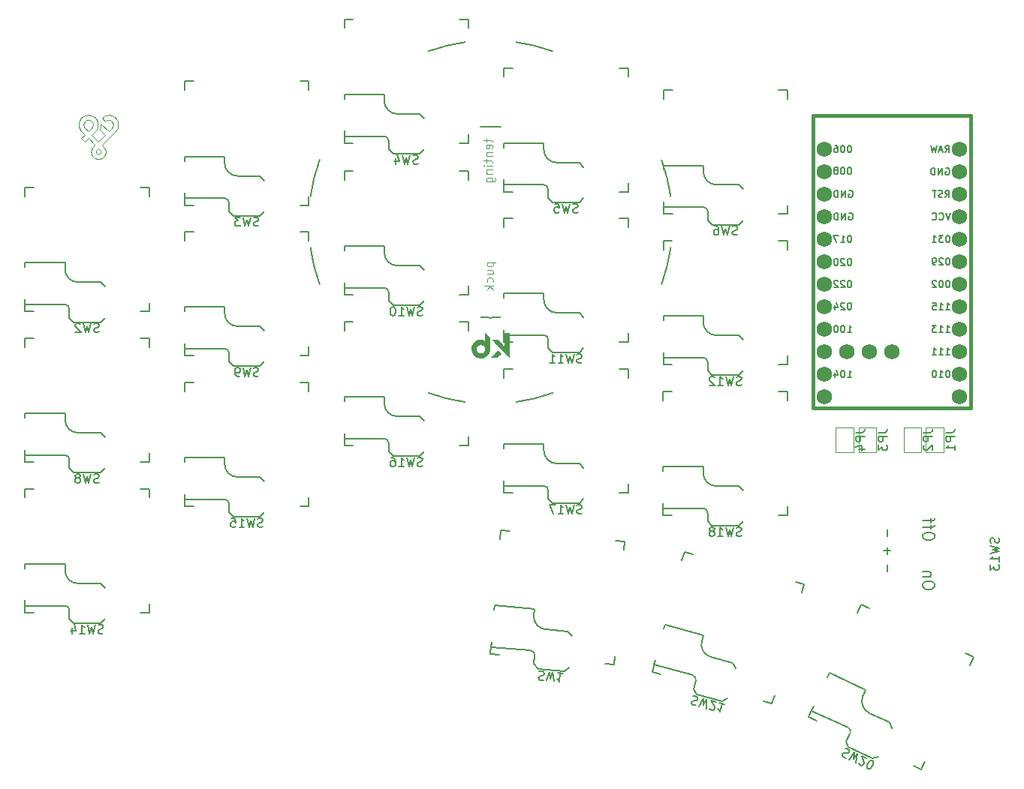
<source format=gbr>
%TF.GenerationSoftware,KiCad,Pcbnew,(6.0.0)*%
%TF.CreationDate,2022-10-23T17:08:23-07:00*%
%TF.ProjectId,half-swept,68616c66-2d73-4776-9570-742e6b696361,rev?*%
%TF.SameCoordinates,Original*%
%TF.FileFunction,Legend,Bot*%
%TF.FilePolarity,Positive*%
%FSLAX46Y46*%
G04 Gerber Fmt 4.6, Leading zero omitted, Abs format (unit mm)*
G04 Created by KiCad (PCBNEW (6.0.0)) date 2022-10-23 17:08:23*
%MOMM*%
%LPD*%
G01*
G04 APERTURE LIST*
%ADD10C,0.150000*%
%ADD11C,0.100000*%
%ADD12C,0.200000*%
%ADD13C,0.040000*%
%ADD14C,0.010000*%
%ADD15C,0.381000*%
%ADD16C,0.120000*%
%ADD17C,1.752600*%
G04 APERTURE END LIST*
D10*
%TO.C,SW2*%
X23960198Y-50599763D02*
X23817341Y-50647382D01*
X23579245Y-50647382D01*
X23484007Y-50599763D01*
X23436388Y-50552144D01*
X23388769Y-50456906D01*
X23388769Y-50361668D01*
X23436388Y-50266430D01*
X23484007Y-50218811D01*
X23579245Y-50171192D01*
X23769722Y-50123573D01*
X23864960Y-50075954D01*
X23912579Y-50028335D01*
X23960198Y-49933097D01*
X23960198Y-49837859D01*
X23912579Y-49742621D01*
X23864960Y-49695002D01*
X23769722Y-49647382D01*
X23531626Y-49647382D01*
X23388769Y-49695002D01*
X23055436Y-49647382D02*
X22817341Y-50647382D01*
X22626865Y-49933097D01*
X22436388Y-50647382D01*
X22198293Y-49647382D01*
X21864960Y-49742621D02*
X21817341Y-49695002D01*
X21722103Y-49647382D01*
X21484007Y-49647382D01*
X21388769Y-49695002D01*
X21341150Y-49742621D01*
X21293531Y-49837859D01*
X21293531Y-49933097D01*
X21341150Y-50075954D01*
X21912579Y-50647382D01*
X21293531Y-50647382D01*
%TO.C,SW3*%
X41960200Y-38599763D02*
X41817343Y-38647382D01*
X41579247Y-38647382D01*
X41484009Y-38599763D01*
X41436390Y-38552144D01*
X41388771Y-38456906D01*
X41388771Y-38361668D01*
X41436390Y-38266430D01*
X41484009Y-38218811D01*
X41579247Y-38171192D01*
X41769724Y-38123573D01*
X41864962Y-38075954D01*
X41912581Y-38028335D01*
X41960200Y-37933097D01*
X41960200Y-37837859D01*
X41912581Y-37742621D01*
X41864962Y-37695002D01*
X41769724Y-37647382D01*
X41531628Y-37647382D01*
X41388771Y-37695002D01*
X41055438Y-37647382D02*
X40817343Y-38647382D01*
X40626867Y-37933097D01*
X40436390Y-38647382D01*
X40198295Y-37647382D01*
X39912581Y-37647382D02*
X39293533Y-37647382D01*
X39626867Y-38028335D01*
X39484009Y-38028335D01*
X39388771Y-38075954D01*
X39341152Y-38123573D01*
X39293533Y-38218811D01*
X39293533Y-38456906D01*
X39341152Y-38552144D01*
X39388771Y-38599763D01*
X39484009Y-38647382D01*
X39769724Y-38647382D01*
X39864962Y-38599763D01*
X39912581Y-38552144D01*
%TO.C,SW4*%
X59960197Y-31599763D02*
X59817340Y-31647382D01*
X59579244Y-31647382D01*
X59484006Y-31599763D01*
X59436387Y-31552144D01*
X59388768Y-31456906D01*
X59388768Y-31361668D01*
X59436387Y-31266430D01*
X59484006Y-31218811D01*
X59579244Y-31171192D01*
X59769721Y-31123573D01*
X59864959Y-31075954D01*
X59912578Y-31028335D01*
X59960197Y-30933097D01*
X59960197Y-30837859D01*
X59912578Y-30742621D01*
X59864959Y-30695002D01*
X59769721Y-30647382D01*
X59531625Y-30647382D01*
X59388768Y-30695002D01*
X59055435Y-30647382D02*
X58817340Y-31647382D01*
X58626864Y-30933097D01*
X58436387Y-31647382D01*
X58198292Y-30647382D01*
X57388768Y-30980716D02*
X57388768Y-31647382D01*
X57626864Y-30599763D02*
X57864959Y-31314049D01*
X57245911Y-31314049D01*
%TO.C,SW5*%
X77960198Y-37099764D02*
X77817341Y-37147383D01*
X77579245Y-37147383D01*
X77484007Y-37099764D01*
X77436388Y-37052145D01*
X77388769Y-36956907D01*
X77388769Y-36861669D01*
X77436388Y-36766431D01*
X77484007Y-36718812D01*
X77579245Y-36671193D01*
X77769722Y-36623574D01*
X77864960Y-36575955D01*
X77912579Y-36528336D01*
X77960198Y-36433098D01*
X77960198Y-36337860D01*
X77912579Y-36242622D01*
X77864960Y-36195003D01*
X77769722Y-36147383D01*
X77531626Y-36147383D01*
X77388769Y-36195003D01*
X77055436Y-36147383D02*
X76817341Y-37147383D01*
X76626865Y-36433098D01*
X76436388Y-37147383D01*
X76198293Y-36147383D01*
X75341150Y-36147383D02*
X75817341Y-36147383D01*
X75864960Y-36623574D01*
X75817341Y-36575955D01*
X75722103Y-36528336D01*
X75484007Y-36528336D01*
X75388769Y-36575955D01*
X75341150Y-36623574D01*
X75293531Y-36718812D01*
X75293531Y-36956907D01*
X75341150Y-37052145D01*
X75388769Y-37099764D01*
X75484007Y-37147383D01*
X75722103Y-37147383D01*
X75817341Y-37099764D01*
X75864960Y-37052145D01*
%TO.C,SW6*%
X95960196Y-39599763D02*
X95817339Y-39647382D01*
X95579243Y-39647382D01*
X95484005Y-39599763D01*
X95436386Y-39552144D01*
X95388767Y-39456906D01*
X95388767Y-39361668D01*
X95436386Y-39266430D01*
X95484005Y-39218811D01*
X95579243Y-39171192D01*
X95769720Y-39123573D01*
X95864958Y-39075954D01*
X95912577Y-39028335D01*
X95960196Y-38933097D01*
X95960196Y-38837859D01*
X95912577Y-38742621D01*
X95864958Y-38695002D01*
X95769720Y-38647382D01*
X95531624Y-38647382D01*
X95388767Y-38695002D01*
X95055434Y-38647382D02*
X94817339Y-39647382D01*
X94626863Y-38933097D01*
X94436386Y-39647382D01*
X94198291Y-38647382D01*
X93388767Y-38647382D02*
X93579243Y-38647382D01*
X93674482Y-38695002D01*
X93722101Y-38742621D01*
X93817339Y-38885478D01*
X93864958Y-39075954D01*
X93864958Y-39456906D01*
X93817339Y-39552144D01*
X93769720Y-39599763D01*
X93674482Y-39647382D01*
X93484005Y-39647382D01*
X93388767Y-39599763D01*
X93341148Y-39552144D01*
X93293529Y-39456906D01*
X93293529Y-39218811D01*
X93341148Y-39123573D01*
X93388767Y-39075954D01*
X93484005Y-39028335D01*
X93674482Y-39028335D01*
X93769720Y-39075954D01*
X93817339Y-39123573D01*
X93864958Y-39218811D01*
%TO.C,SW8*%
X23960198Y-67599763D02*
X23817341Y-67647382D01*
X23579245Y-67647382D01*
X23484007Y-67599763D01*
X23436388Y-67552144D01*
X23388769Y-67456906D01*
X23388769Y-67361668D01*
X23436388Y-67266430D01*
X23484007Y-67218811D01*
X23579245Y-67171192D01*
X23769722Y-67123573D01*
X23864960Y-67075954D01*
X23912579Y-67028335D01*
X23960198Y-66933097D01*
X23960198Y-66837859D01*
X23912579Y-66742621D01*
X23864960Y-66695002D01*
X23769722Y-66647382D01*
X23531626Y-66647382D01*
X23388769Y-66695002D01*
X23055436Y-66647382D02*
X22817341Y-67647382D01*
X22626865Y-66933097D01*
X22436388Y-67647382D01*
X22198293Y-66647382D01*
X21674484Y-67075954D02*
X21769722Y-67028335D01*
X21817341Y-66980716D01*
X21864960Y-66885478D01*
X21864960Y-66837859D01*
X21817341Y-66742621D01*
X21769722Y-66695002D01*
X21674484Y-66647382D01*
X21484007Y-66647382D01*
X21388769Y-66695002D01*
X21341150Y-66742621D01*
X21293531Y-66837859D01*
X21293531Y-66885478D01*
X21341150Y-66980716D01*
X21388769Y-67028335D01*
X21484007Y-67075954D01*
X21674484Y-67075954D01*
X21769722Y-67123573D01*
X21817341Y-67171192D01*
X21864960Y-67266430D01*
X21864960Y-67456906D01*
X21817341Y-67552144D01*
X21769722Y-67599763D01*
X21674484Y-67647382D01*
X21484007Y-67647382D01*
X21388769Y-67599763D01*
X21341150Y-67552144D01*
X21293531Y-67456906D01*
X21293531Y-67266430D01*
X21341150Y-67171192D01*
X21388769Y-67123573D01*
X21484007Y-67075954D01*
%TO.C,SW9*%
X41960200Y-55573763D02*
X41817343Y-55621382D01*
X41579247Y-55621382D01*
X41484009Y-55573763D01*
X41436390Y-55526144D01*
X41388771Y-55430906D01*
X41388771Y-55335668D01*
X41436390Y-55240430D01*
X41484009Y-55192811D01*
X41579247Y-55145192D01*
X41769724Y-55097573D01*
X41864962Y-55049954D01*
X41912581Y-55002335D01*
X41960200Y-54907097D01*
X41960200Y-54811859D01*
X41912581Y-54716621D01*
X41864962Y-54669002D01*
X41769724Y-54621382D01*
X41531628Y-54621382D01*
X41388771Y-54669002D01*
X41055438Y-54621382D02*
X40817343Y-55621382D01*
X40626867Y-54907097D01*
X40436390Y-55621382D01*
X40198295Y-54621382D01*
X39769724Y-55621382D02*
X39579247Y-55621382D01*
X39484009Y-55573763D01*
X39436390Y-55526144D01*
X39341152Y-55383287D01*
X39293533Y-55192811D01*
X39293533Y-54811859D01*
X39341152Y-54716621D01*
X39388771Y-54669002D01*
X39484009Y-54621382D01*
X39674486Y-54621382D01*
X39769724Y-54669002D01*
X39817343Y-54716621D01*
X39864962Y-54811859D01*
X39864962Y-55049954D01*
X39817343Y-55145192D01*
X39769724Y-55192811D01*
X39674486Y-55240430D01*
X39484009Y-55240430D01*
X39388771Y-55192811D01*
X39341152Y-55145192D01*
X39293533Y-55049954D01*
%TO.C,SW10*%
X60436389Y-48715763D02*
X60293532Y-48763382D01*
X60055437Y-48763382D01*
X59960199Y-48715763D01*
X59912580Y-48668144D01*
X59864961Y-48572906D01*
X59864961Y-48477668D01*
X59912580Y-48382430D01*
X59960199Y-48334811D01*
X60055437Y-48287192D01*
X60245913Y-48239573D01*
X60341151Y-48191954D01*
X60388770Y-48144335D01*
X60436389Y-48049097D01*
X60436389Y-47953859D01*
X60388770Y-47858621D01*
X60341151Y-47811002D01*
X60245913Y-47763382D01*
X60007818Y-47763382D01*
X59864961Y-47811002D01*
X59531627Y-47763382D02*
X59293532Y-48763382D01*
X59103056Y-48049097D01*
X58912580Y-48763382D01*
X58674485Y-47763382D01*
X57769723Y-48763382D02*
X58341151Y-48763382D01*
X58055437Y-48763382D02*
X58055437Y-47763382D01*
X58150675Y-47906240D01*
X58245913Y-48001478D01*
X58341151Y-48049097D01*
X57150675Y-47763382D02*
X57055437Y-47763382D01*
X56960199Y-47811002D01*
X56912580Y-47858621D01*
X56864961Y-47953859D01*
X56817342Y-48144335D01*
X56817342Y-48382430D01*
X56864961Y-48572906D01*
X56912580Y-48668144D01*
X56960199Y-48715763D01*
X57055437Y-48763382D01*
X57150675Y-48763382D01*
X57245913Y-48715763D01*
X57293532Y-48668144D01*
X57341151Y-48572906D01*
X57388770Y-48382430D01*
X57388770Y-48144335D01*
X57341151Y-47953859D01*
X57293532Y-47858621D01*
X57245913Y-47811002D01*
X57150675Y-47763382D01*
%TO.C,SW11*%
X78436390Y-54049766D02*
X78293533Y-54097385D01*
X78055438Y-54097385D01*
X77960200Y-54049766D01*
X77912581Y-54002147D01*
X77864962Y-53906909D01*
X77864962Y-53811671D01*
X77912581Y-53716433D01*
X77960200Y-53668814D01*
X78055438Y-53621195D01*
X78245914Y-53573576D01*
X78341152Y-53525957D01*
X78388771Y-53478338D01*
X78436390Y-53383100D01*
X78436390Y-53287862D01*
X78388771Y-53192624D01*
X78341152Y-53145005D01*
X78245914Y-53097385D01*
X78007819Y-53097385D01*
X77864962Y-53145005D01*
X77531628Y-53097385D02*
X77293533Y-54097385D01*
X77103057Y-53383100D01*
X76912581Y-54097385D01*
X76674486Y-53097385D01*
X75769724Y-54097385D02*
X76341152Y-54097385D01*
X76055438Y-54097385D02*
X76055438Y-53097385D01*
X76150676Y-53240243D01*
X76245914Y-53335481D01*
X76341152Y-53383100D01*
X74817343Y-54097385D02*
X75388771Y-54097385D01*
X75103057Y-54097385D02*
X75103057Y-53097385D01*
X75198295Y-53240243D01*
X75293533Y-53335481D01*
X75388771Y-53383100D01*
%TO.C,SW12*%
X96416388Y-56589763D02*
X96273531Y-56637382D01*
X96035436Y-56637382D01*
X95940198Y-56589763D01*
X95892579Y-56542144D01*
X95844960Y-56446906D01*
X95844960Y-56351668D01*
X95892579Y-56256430D01*
X95940198Y-56208811D01*
X96035436Y-56161192D01*
X96225912Y-56113573D01*
X96321150Y-56065954D01*
X96368769Y-56018335D01*
X96416388Y-55923097D01*
X96416388Y-55827859D01*
X96368769Y-55732621D01*
X96321150Y-55685002D01*
X96225912Y-55637382D01*
X95987817Y-55637382D01*
X95844960Y-55685002D01*
X95511626Y-55637382D02*
X95273531Y-56637382D01*
X95083055Y-55923097D01*
X94892579Y-56637382D01*
X94654484Y-55637382D01*
X93749722Y-56637382D02*
X94321150Y-56637382D01*
X94035436Y-56637382D02*
X94035436Y-55637382D01*
X94130674Y-55780240D01*
X94225912Y-55875478D01*
X94321150Y-55923097D01*
X93368769Y-55732621D02*
X93321150Y-55685002D01*
X93225912Y-55637382D01*
X92987817Y-55637382D01*
X92892579Y-55685002D01*
X92844960Y-55732621D01*
X92797341Y-55827859D01*
X92797341Y-55923097D01*
X92844960Y-56065954D01*
X93416388Y-56637382D01*
X92797341Y-56637382D01*
%TO.C,SW14*%
X24436388Y-84599760D02*
X24293531Y-84647379D01*
X24055436Y-84647379D01*
X23960198Y-84599760D01*
X23912579Y-84552141D01*
X23864960Y-84456903D01*
X23864960Y-84361665D01*
X23912579Y-84266427D01*
X23960198Y-84218808D01*
X24055436Y-84171189D01*
X24245912Y-84123570D01*
X24341150Y-84075951D01*
X24388769Y-84028332D01*
X24436388Y-83933094D01*
X24436388Y-83837856D01*
X24388769Y-83742618D01*
X24341150Y-83694999D01*
X24245912Y-83647379D01*
X24007817Y-83647379D01*
X23864960Y-83694999D01*
X23531626Y-83647379D02*
X23293531Y-84647379D01*
X23103055Y-83933094D01*
X22912579Y-84647379D01*
X22674484Y-83647379D01*
X21769722Y-84647379D02*
X22341150Y-84647379D01*
X22055436Y-84647379D02*
X22055436Y-83647379D01*
X22150674Y-83790237D01*
X22245912Y-83885475D01*
X22341150Y-83933094D01*
X20912579Y-83980713D02*
X20912579Y-84647379D01*
X21150674Y-83599760D02*
X21388769Y-84314046D01*
X20769722Y-84314046D01*
%TO.C,SW15*%
X42436387Y-72591762D02*
X42293530Y-72639381D01*
X42055435Y-72639381D01*
X41960197Y-72591762D01*
X41912578Y-72544143D01*
X41864959Y-72448905D01*
X41864959Y-72353667D01*
X41912578Y-72258429D01*
X41960197Y-72210810D01*
X42055435Y-72163191D01*
X42245911Y-72115572D01*
X42341149Y-72067953D01*
X42388768Y-72020334D01*
X42436387Y-71925096D01*
X42436387Y-71829858D01*
X42388768Y-71734620D01*
X42341149Y-71687001D01*
X42245911Y-71639381D01*
X42007816Y-71639381D01*
X41864959Y-71687001D01*
X41531625Y-71639381D02*
X41293530Y-72639381D01*
X41103054Y-71925096D01*
X40912578Y-72639381D01*
X40674483Y-71639381D01*
X39769721Y-72639381D02*
X40341149Y-72639381D01*
X40055435Y-72639381D02*
X40055435Y-71639381D01*
X40150673Y-71782239D01*
X40245911Y-71877477D01*
X40341149Y-71925096D01*
X38864959Y-71639381D02*
X39341149Y-71639381D01*
X39388768Y-72115572D01*
X39341149Y-72067953D01*
X39245911Y-72020334D01*
X39007816Y-72020334D01*
X38912578Y-72067953D01*
X38864959Y-72115572D01*
X38817340Y-72210810D01*
X38817340Y-72448905D01*
X38864959Y-72544143D01*
X38912578Y-72591762D01*
X39007816Y-72639381D01*
X39245911Y-72639381D01*
X39341149Y-72591762D01*
X39388768Y-72544143D01*
%TO.C,SW16*%
X60436386Y-65733764D02*
X60293529Y-65781383D01*
X60055434Y-65781383D01*
X59960196Y-65733764D01*
X59912577Y-65686145D01*
X59864958Y-65590907D01*
X59864958Y-65495669D01*
X59912577Y-65400431D01*
X59960196Y-65352812D01*
X60055434Y-65305193D01*
X60245910Y-65257574D01*
X60341148Y-65209955D01*
X60388767Y-65162336D01*
X60436386Y-65067098D01*
X60436386Y-64971860D01*
X60388767Y-64876622D01*
X60341148Y-64829003D01*
X60245910Y-64781383D01*
X60007815Y-64781383D01*
X59864958Y-64829003D01*
X59531624Y-64781383D02*
X59293529Y-65781383D01*
X59103053Y-65067098D01*
X58912577Y-65781383D01*
X58674482Y-64781383D01*
X57769720Y-65781383D02*
X58341148Y-65781383D01*
X58055434Y-65781383D02*
X58055434Y-64781383D01*
X58150672Y-64924241D01*
X58245910Y-65019479D01*
X58341148Y-65067098D01*
X56912577Y-64781383D02*
X57103053Y-64781383D01*
X57198291Y-64829003D01*
X57245910Y-64876622D01*
X57341148Y-65019479D01*
X57388767Y-65209955D01*
X57388767Y-65590907D01*
X57341148Y-65686145D01*
X57293529Y-65733764D01*
X57198291Y-65781383D01*
X57007815Y-65781383D01*
X56912577Y-65733764D01*
X56864958Y-65686145D01*
X56817339Y-65590907D01*
X56817339Y-65352812D01*
X56864958Y-65257574D01*
X56912577Y-65209955D01*
X57007815Y-65162336D01*
X57198291Y-65162336D01*
X57293529Y-65209955D01*
X57341148Y-65257574D01*
X57388767Y-65352812D01*
%TO.C,SW17*%
X78436388Y-71067766D02*
X78293531Y-71115385D01*
X78055436Y-71115385D01*
X77960198Y-71067766D01*
X77912579Y-71020147D01*
X77864960Y-70924909D01*
X77864960Y-70829671D01*
X77912579Y-70734433D01*
X77960198Y-70686814D01*
X78055436Y-70639195D01*
X78245912Y-70591576D01*
X78341150Y-70543957D01*
X78388769Y-70496338D01*
X78436388Y-70401100D01*
X78436388Y-70305862D01*
X78388769Y-70210624D01*
X78341150Y-70163005D01*
X78245912Y-70115385D01*
X78007817Y-70115385D01*
X77864960Y-70163005D01*
X77531626Y-70115385D02*
X77293531Y-71115385D01*
X77103055Y-70401100D01*
X76912579Y-71115385D01*
X76674484Y-70115385D01*
X75769722Y-71115385D02*
X76341150Y-71115385D01*
X76055436Y-71115385D02*
X76055436Y-70115385D01*
X76150674Y-70258243D01*
X76245912Y-70353481D01*
X76341150Y-70401100D01*
X75436388Y-70115385D02*
X74769722Y-70115385D01*
X75198293Y-71115385D01*
%TO.C,SW18*%
X96410042Y-73607763D02*
X96267185Y-73655382D01*
X96029090Y-73655382D01*
X95933852Y-73607763D01*
X95886233Y-73560144D01*
X95838614Y-73464906D01*
X95838614Y-73369668D01*
X95886233Y-73274430D01*
X95933852Y-73226811D01*
X96029090Y-73179192D01*
X96219566Y-73131573D01*
X96314804Y-73083954D01*
X96362423Y-73036335D01*
X96410042Y-72941097D01*
X96410042Y-72845859D01*
X96362423Y-72750621D01*
X96314804Y-72703002D01*
X96219566Y-72655382D01*
X95981471Y-72655382D01*
X95838614Y-72703002D01*
X95505280Y-72655382D02*
X95267185Y-73655382D01*
X95076709Y-72941097D01*
X94886233Y-73655382D01*
X94648138Y-72655382D01*
X93743376Y-73655382D02*
X94314804Y-73655382D01*
X94029090Y-73655382D02*
X94029090Y-72655382D01*
X94124328Y-72798240D01*
X94219566Y-72893478D01*
X94314804Y-72941097D01*
X93171947Y-73083954D02*
X93267185Y-73036335D01*
X93314804Y-72988716D01*
X93362423Y-72893478D01*
X93362423Y-72845859D01*
X93314804Y-72750621D01*
X93267185Y-72703002D01*
X93171947Y-72655382D01*
X92981471Y-72655382D01*
X92886233Y-72703002D01*
X92838614Y-72750621D01*
X92790995Y-72845859D01*
X92790995Y-72893478D01*
X92838614Y-72988716D01*
X92886233Y-73036335D01*
X92981471Y-73083954D01*
X93171947Y-73083954D01*
X93267185Y-73131573D01*
X93314804Y-73179192D01*
X93362423Y-73274430D01*
X93362423Y-73464906D01*
X93314804Y-73560144D01*
X93267185Y-73607763D01*
X93171947Y-73655382D01*
X92981471Y-73655382D01*
X92886233Y-73607763D01*
X92838614Y-73560144D01*
X92790995Y-73464906D01*
X92790995Y-73274430D01*
X92838614Y-73179192D01*
X92886233Y-73131573D01*
X92981471Y-73083954D01*
%TO.C,SW20*%
X108100865Y-97630499D02*
X108250462Y-97647715D01*
X108466250Y-97748339D01*
X108532440Y-97831746D01*
X108555473Y-97895028D01*
X108558381Y-98001468D01*
X108518132Y-98087783D01*
X108434725Y-98153973D01*
X108371442Y-98177006D01*
X108265003Y-98179914D01*
X108072248Y-98142573D01*
X107965808Y-98145481D01*
X107902526Y-98168514D01*
X107819119Y-98234704D01*
X107778870Y-98321019D01*
X107781778Y-98427459D01*
X107804811Y-98490741D01*
X107871001Y-98574148D01*
X108086789Y-98674771D01*
X108236386Y-98691988D01*
X108518364Y-98876018D02*
X109156770Y-98070334D01*
X109027530Y-98798195D01*
X109502030Y-98231331D01*
X109295199Y-99238262D01*
X109637551Y-99292820D02*
X109660584Y-99356102D01*
X109726774Y-99439509D01*
X109942562Y-99540132D01*
X110049002Y-99537224D01*
X110112284Y-99514191D01*
X110195691Y-99448001D01*
X110235940Y-99361686D01*
X110253157Y-99212089D01*
X109976763Y-98452703D01*
X110537810Y-98714323D01*
X110676240Y-99882252D02*
X110762555Y-99922501D01*
X110868994Y-99919593D01*
X110932277Y-99896560D01*
X111015683Y-99830370D01*
X111139340Y-99677865D01*
X111239963Y-99462077D01*
X111277304Y-99269322D01*
X111274396Y-99162883D01*
X111251363Y-99099600D01*
X111185173Y-99016194D01*
X111098858Y-98975944D01*
X110992418Y-98978852D01*
X110929136Y-99001885D01*
X110845729Y-99068076D01*
X110722073Y-99220581D01*
X110621449Y-99436368D01*
X110584108Y-99629123D01*
X110587016Y-99735563D01*
X110610049Y-99798845D01*
X110676240Y-99882252D01*
%TO.C,SW21*%
X90982856Y-91732774D02*
X91133170Y-91723752D01*
X91363152Y-91785376D01*
X91442820Y-91856021D01*
X91476492Y-91914343D01*
X91497839Y-92018660D01*
X91473190Y-92110653D01*
X91402544Y-92190321D01*
X91344223Y-92223993D01*
X91239905Y-92245340D01*
X91043595Y-92242038D01*
X90939277Y-92263385D01*
X90880956Y-92297057D01*
X90810310Y-92376725D01*
X90785660Y-92468718D01*
X90807007Y-92573035D01*
X90840679Y-92631357D01*
X90920347Y-92702003D01*
X91150330Y-92763626D01*
X91300644Y-92754604D01*
X91610294Y-92886873D02*
X92099096Y-91982571D01*
X92098211Y-92721817D01*
X92467067Y-92081169D01*
X92438231Y-93108718D01*
X92784856Y-93102998D02*
X92818527Y-93161319D01*
X92898195Y-93231965D01*
X93128178Y-93293589D01*
X93232495Y-93272242D01*
X93290817Y-93238570D01*
X93361463Y-93158902D01*
X93386112Y-93066909D01*
X93377090Y-92916595D01*
X92973029Y-92216741D01*
X93570983Y-92376962D01*
X94490912Y-92623456D02*
X93938954Y-92475560D01*
X94214933Y-92549508D02*
X93956114Y-93515434D01*
X93901095Y-93352795D01*
X93833752Y-93236153D01*
X93754084Y-93165507D01*
D11*
%TO.C,REF\u002A\u002A*%
X67722080Y-42737503D02*
X68722080Y-42737503D01*
X67769699Y-42737503D02*
X67722080Y-42832741D01*
X67722080Y-43023217D01*
X67769699Y-43118455D01*
X67817318Y-43166074D01*
X67912556Y-43213693D01*
X68198270Y-43213693D01*
X68293508Y-43166074D01*
X68341127Y-43118455D01*
X68388746Y-43023217D01*
X68388746Y-42832741D01*
X68341127Y-42737503D01*
X67722080Y-44070836D02*
X68388746Y-44070836D01*
X67722080Y-43642264D02*
X68245889Y-43642264D01*
X68341127Y-43689883D01*
X68388746Y-43785122D01*
X68388746Y-43927979D01*
X68341127Y-44023217D01*
X68293508Y-44070836D01*
X68341127Y-44975598D02*
X68388746Y-44880360D01*
X68388746Y-44689883D01*
X68341127Y-44594645D01*
X68293508Y-44547026D01*
X68198270Y-44499407D01*
X67912556Y-44499407D01*
X67817318Y-44547026D01*
X67769699Y-44594645D01*
X67722080Y-44689883D01*
X67722080Y-44880360D01*
X67769699Y-44975598D01*
X68388746Y-45404169D02*
X67388746Y-45404169D01*
X68007794Y-45499407D02*
X68388746Y-45785122D01*
X67722080Y-45785122D02*
X68103032Y-45404169D01*
X67658580Y-28783503D02*
X67658580Y-29164455D01*
X67325246Y-28926360D02*
X68182389Y-28926360D01*
X68277627Y-28973979D01*
X68325246Y-29069217D01*
X68325246Y-29164455D01*
X68277627Y-29878741D02*
X68325246Y-29783503D01*
X68325246Y-29593026D01*
X68277627Y-29497788D01*
X68182389Y-29450169D01*
X67801437Y-29450169D01*
X67706199Y-29497788D01*
X67658580Y-29593026D01*
X67658580Y-29783503D01*
X67706199Y-29878741D01*
X67801437Y-29926360D01*
X67896675Y-29926360D01*
X67991913Y-29450169D01*
X67658580Y-30354931D02*
X68325246Y-30354931D01*
X67753818Y-30354931D02*
X67706199Y-30402550D01*
X67658580Y-30497788D01*
X67658580Y-30640645D01*
X67706199Y-30735883D01*
X67801437Y-30783503D01*
X68325246Y-30783503D01*
X67658580Y-31116836D02*
X67658580Y-31497788D01*
X67325246Y-31259693D02*
X68182389Y-31259693D01*
X68277627Y-31307312D01*
X68325246Y-31402550D01*
X68325246Y-31497788D01*
X68325246Y-31831122D02*
X67658580Y-31831122D01*
X67325246Y-31831122D02*
X67372866Y-31783503D01*
X67420485Y-31831122D01*
X67372866Y-31878741D01*
X67325246Y-31831122D01*
X67420485Y-31831122D01*
X67658580Y-32307312D02*
X68325246Y-32307312D01*
X67753818Y-32307312D02*
X67706199Y-32354931D01*
X67658580Y-32450169D01*
X67658580Y-32593026D01*
X67706199Y-32688264D01*
X67801437Y-32735883D01*
X68325246Y-32735883D01*
X67658580Y-33640645D02*
X68468104Y-33640645D01*
X68563342Y-33593026D01*
X68610961Y-33545407D01*
X68658580Y-33450169D01*
X68658580Y-33307312D01*
X68610961Y-33212074D01*
X68277627Y-33640645D02*
X68325246Y-33545407D01*
X68325246Y-33354931D01*
X68277627Y-33259693D01*
X68230008Y-33212074D01*
X68134770Y-33164455D01*
X67849056Y-33164455D01*
X67753818Y-33212074D01*
X67706199Y-33259693D01*
X67658580Y-33354931D01*
X67658580Y-33545407D01*
X67706199Y-33640645D01*
D10*
%TO.C,U1*%
X108639674Y-47303656D02*
X108563483Y-47303656D01*
X108487293Y-47341752D01*
X108449197Y-47379847D01*
X108411102Y-47456037D01*
X108373007Y-47608418D01*
X108373007Y-47798894D01*
X108411102Y-47951275D01*
X108449197Y-48027466D01*
X108487293Y-48065561D01*
X108563483Y-48103656D01*
X108639674Y-48103656D01*
X108715864Y-48065561D01*
X108753959Y-48027466D01*
X108792054Y-47951275D01*
X108830150Y-47798894D01*
X108830150Y-47608418D01*
X108792054Y-47456037D01*
X108753959Y-47379847D01*
X108715864Y-47341752D01*
X108639674Y-47303656D01*
X108068245Y-47379847D02*
X108030150Y-47341752D01*
X107953959Y-47303656D01*
X107763483Y-47303656D01*
X107687293Y-47341752D01*
X107649197Y-47379847D01*
X107611102Y-47456037D01*
X107611102Y-47532228D01*
X107649197Y-47646513D01*
X108106340Y-48103656D01*
X107611102Y-48103656D01*
X106925388Y-47570323D02*
X106925388Y-48103656D01*
X107115864Y-47265561D02*
X107306340Y-47836990D01*
X106811102Y-47836990D01*
X108373007Y-55733656D02*
X108830150Y-55733656D01*
X108601578Y-55733656D02*
X108601578Y-54933656D01*
X108677769Y-55047942D01*
X108753959Y-55124132D01*
X108830150Y-55162228D01*
X107877769Y-54933656D02*
X107801578Y-54933656D01*
X107725388Y-54971752D01*
X107687293Y-55009847D01*
X107649197Y-55086037D01*
X107611102Y-55238418D01*
X107611102Y-55428894D01*
X107649197Y-55581275D01*
X107687293Y-55657466D01*
X107725388Y-55695561D01*
X107801578Y-55733656D01*
X107877769Y-55733656D01*
X107953959Y-55695561D01*
X107992054Y-55657466D01*
X108030150Y-55581275D01*
X108068245Y-55428894D01*
X108068245Y-55238418D01*
X108030150Y-55086037D01*
X107992054Y-55009847D01*
X107953959Y-54971752D01*
X107877769Y-54933656D01*
X106925388Y-55200323D02*
X106925388Y-55733656D01*
X107115864Y-54895561D02*
X107306340Y-55466990D01*
X106811102Y-55466990D01*
X108639674Y-42303656D02*
X108563483Y-42303656D01*
X108487293Y-42341752D01*
X108449197Y-42379847D01*
X108411102Y-42456037D01*
X108373007Y-42608418D01*
X108373007Y-42798894D01*
X108411102Y-42951275D01*
X108449197Y-43027466D01*
X108487293Y-43065561D01*
X108563483Y-43103656D01*
X108639674Y-43103656D01*
X108715864Y-43065561D01*
X108753959Y-43027466D01*
X108792054Y-42951275D01*
X108830150Y-42798894D01*
X108830150Y-42608418D01*
X108792054Y-42456037D01*
X108753959Y-42379847D01*
X108715864Y-42341752D01*
X108639674Y-42303656D01*
X108068245Y-42379847D02*
X108030150Y-42341752D01*
X107953959Y-42303656D01*
X107763483Y-42303656D01*
X107687293Y-42341752D01*
X107649197Y-42379847D01*
X107611102Y-42456037D01*
X107611102Y-42532228D01*
X107649197Y-42646513D01*
X108106340Y-43103656D01*
X107611102Y-43103656D01*
X107115864Y-42303656D02*
X107039674Y-42303656D01*
X106963483Y-42341752D01*
X106925388Y-42379847D01*
X106887293Y-42456037D01*
X106849197Y-42608418D01*
X106849197Y-42798894D01*
X106887293Y-42951275D01*
X106925388Y-43027466D01*
X106963483Y-43065561D01*
X107039674Y-43103656D01*
X107115864Y-43103656D01*
X107192054Y-43065561D01*
X107230150Y-43027466D01*
X107268245Y-42951275D01*
X107306340Y-42798894D01*
X107306340Y-42608418D01*
X107268245Y-42456037D01*
X107230150Y-42379847D01*
X107192054Y-42341752D01*
X107115864Y-42303656D01*
X108373007Y-50653656D02*
X108830150Y-50653656D01*
X108601578Y-50653656D02*
X108601578Y-49853656D01*
X108677769Y-49967942D01*
X108753959Y-50044132D01*
X108830150Y-50082228D01*
X107877769Y-49853656D02*
X107801578Y-49853656D01*
X107725388Y-49891752D01*
X107687293Y-49929847D01*
X107649197Y-50006037D01*
X107611102Y-50158418D01*
X107611102Y-50348894D01*
X107649197Y-50501275D01*
X107687293Y-50577466D01*
X107725388Y-50615561D01*
X107801578Y-50653656D01*
X107877769Y-50653656D01*
X107953959Y-50615561D01*
X107992054Y-50577466D01*
X108030150Y-50501275D01*
X108068245Y-50348894D01*
X108068245Y-50158418D01*
X108030150Y-50006037D01*
X107992054Y-49929847D01*
X107953959Y-49891752D01*
X107877769Y-49853656D01*
X107115864Y-49853656D02*
X107039674Y-49853656D01*
X106963483Y-49891752D01*
X106925388Y-49929847D01*
X106887293Y-50006037D01*
X106849197Y-50158418D01*
X106849197Y-50348894D01*
X106887293Y-50501275D01*
X106925388Y-50577466D01*
X106963483Y-50615561D01*
X107039674Y-50653656D01*
X107115864Y-50653656D01*
X107192054Y-50615561D01*
X107230150Y-50577466D01*
X107268245Y-50501275D01*
X107306340Y-50348894D01*
X107306340Y-50158418D01*
X107268245Y-50006037D01*
X107230150Y-49929847D01*
X107192054Y-49891752D01*
X107115864Y-49853656D01*
X119447388Y-50653656D02*
X119904531Y-50653656D01*
X119675959Y-50653656D02*
X119675959Y-49853656D01*
X119752150Y-49967942D01*
X119828340Y-50044132D01*
X119904531Y-50082228D01*
X118685483Y-50653656D02*
X119142626Y-50653656D01*
X118914055Y-50653656D02*
X118914055Y-49853656D01*
X118990245Y-49967942D01*
X119066435Y-50044132D01*
X119142626Y-50082228D01*
X118418816Y-49853656D02*
X117923578Y-49853656D01*
X118190245Y-50158418D01*
X118075959Y-50158418D01*
X117999769Y-50196513D01*
X117961674Y-50234609D01*
X117923578Y-50310799D01*
X117923578Y-50501275D01*
X117961674Y-50577466D01*
X117999769Y-50615561D01*
X118075959Y-50653656D01*
X118304531Y-50653656D01*
X118380721Y-50615561D01*
X118418816Y-50577466D01*
X119447388Y-48113656D02*
X119904531Y-48113656D01*
X119675959Y-48113656D02*
X119675959Y-47313656D01*
X119752150Y-47427942D01*
X119828340Y-47504132D01*
X119904531Y-47542228D01*
X118685483Y-48113656D02*
X119142626Y-48113656D01*
X118914055Y-48113656D02*
X118914055Y-47313656D01*
X118990245Y-47427942D01*
X119066435Y-47504132D01*
X119142626Y-47542228D01*
X117961674Y-47313656D02*
X118342626Y-47313656D01*
X118380721Y-47694609D01*
X118342626Y-47656513D01*
X118266435Y-47618418D01*
X118075959Y-47618418D01*
X117999769Y-47656513D01*
X117961674Y-47694609D01*
X117923578Y-47770799D01*
X117923578Y-47961275D01*
X117961674Y-48037466D01*
X117999769Y-48075561D01*
X118075959Y-48113656D01*
X118266435Y-48113656D01*
X118342626Y-48075561D01*
X118380721Y-48037466D01*
X119980721Y-37153656D02*
X119714055Y-37953656D01*
X119447388Y-37153656D01*
X118723578Y-37877466D02*
X118761674Y-37915561D01*
X118875959Y-37953656D01*
X118952150Y-37953656D01*
X119066435Y-37915561D01*
X119142626Y-37839371D01*
X119180721Y-37763180D01*
X119218816Y-37610799D01*
X119218816Y-37496513D01*
X119180721Y-37344132D01*
X119142626Y-37267942D01*
X119066435Y-37191752D01*
X118952150Y-37153656D01*
X118875959Y-37153656D01*
X118761674Y-37191752D01*
X118723578Y-37229847D01*
X117923578Y-37877466D02*
X117961674Y-37915561D01*
X118075959Y-37953656D01*
X118152150Y-37953656D01*
X118266435Y-37915561D01*
X118342626Y-37839371D01*
X118380721Y-37763180D01*
X118418816Y-37610799D01*
X118418816Y-37496513D01*
X118380721Y-37344132D01*
X118342626Y-37267942D01*
X118266435Y-37191752D01*
X118152150Y-37153656D01*
X118075959Y-37153656D01*
X117961674Y-37191752D01*
X117923578Y-37229847D01*
X119714055Y-39693656D02*
X119637864Y-39693656D01*
X119561674Y-39731752D01*
X119523578Y-39769847D01*
X119485483Y-39846037D01*
X119447388Y-39998418D01*
X119447388Y-40188894D01*
X119485483Y-40341275D01*
X119523578Y-40417466D01*
X119561674Y-40455561D01*
X119637864Y-40493656D01*
X119714055Y-40493656D01*
X119790245Y-40455561D01*
X119828340Y-40417466D01*
X119866435Y-40341275D01*
X119904531Y-40188894D01*
X119904531Y-39998418D01*
X119866435Y-39846037D01*
X119828340Y-39769847D01*
X119790245Y-39731752D01*
X119714055Y-39693656D01*
X119180721Y-39693656D02*
X118685483Y-39693656D01*
X118952150Y-39998418D01*
X118837864Y-39998418D01*
X118761674Y-40036513D01*
X118723578Y-40074609D01*
X118685483Y-40150799D01*
X118685483Y-40341275D01*
X118723578Y-40417466D01*
X118761674Y-40455561D01*
X118837864Y-40493656D01*
X119066435Y-40493656D01*
X119142626Y-40455561D01*
X119180721Y-40417466D01*
X117923578Y-40493656D02*
X118380721Y-40493656D01*
X118152150Y-40493656D02*
X118152150Y-39693656D01*
X118228340Y-39807942D01*
X118304531Y-39884132D01*
X118380721Y-39922228D01*
X119402959Y-30333656D02*
X119669626Y-29952704D01*
X119860102Y-30333656D02*
X119860102Y-29533656D01*
X119555340Y-29533656D01*
X119479150Y-29571752D01*
X119441055Y-29609847D01*
X119402959Y-29686037D01*
X119402959Y-29800323D01*
X119441055Y-29876513D01*
X119479150Y-29914609D01*
X119555340Y-29952704D01*
X119860102Y-29952704D01*
X119098198Y-30105085D02*
X118717245Y-30105085D01*
X119174388Y-30333656D02*
X118907721Y-29533656D01*
X118641055Y-30333656D01*
X118450579Y-29533656D02*
X118260102Y-30333656D01*
X118107721Y-29762228D01*
X117955340Y-30333656D01*
X117764864Y-29533656D01*
X108525387Y-37191752D02*
X108601578Y-37153656D01*
X108715864Y-37153656D01*
X108830149Y-37191752D01*
X108906340Y-37267942D01*
X108944435Y-37344132D01*
X108982530Y-37496513D01*
X108982530Y-37610799D01*
X108944435Y-37763180D01*
X108906340Y-37839371D01*
X108830149Y-37915561D01*
X108715864Y-37953656D01*
X108639673Y-37953656D01*
X108525387Y-37915561D01*
X108487292Y-37877466D01*
X108487292Y-37610799D01*
X108639673Y-37610799D01*
X108144435Y-37953656D02*
X108144435Y-37153656D01*
X107687292Y-37953656D01*
X107687292Y-37153656D01*
X107306340Y-37953656D02*
X107306340Y-37153656D01*
X107115864Y-37153656D01*
X107001578Y-37191752D01*
X106925387Y-37267942D01*
X106887292Y-37344132D01*
X106849197Y-37496513D01*
X106849197Y-37610799D01*
X106887292Y-37763180D01*
X106925387Y-37839371D01*
X107001578Y-37915561D01*
X107115864Y-37953656D01*
X107306340Y-37953656D01*
X108639674Y-39693656D02*
X108563483Y-39693656D01*
X108487293Y-39731752D01*
X108449197Y-39769847D01*
X108411102Y-39846037D01*
X108373007Y-39998418D01*
X108373007Y-40188894D01*
X108411102Y-40341275D01*
X108449197Y-40417466D01*
X108487293Y-40455561D01*
X108563483Y-40493656D01*
X108639674Y-40493656D01*
X108715864Y-40455561D01*
X108753959Y-40417466D01*
X108792054Y-40341275D01*
X108830150Y-40188894D01*
X108830150Y-39998418D01*
X108792054Y-39846037D01*
X108753959Y-39769847D01*
X108715864Y-39731752D01*
X108639674Y-39693656D01*
X107611102Y-40493656D02*
X108068245Y-40493656D01*
X107839674Y-40493656D02*
X107839674Y-39693656D01*
X107915864Y-39807942D01*
X107992054Y-39884132D01*
X108068245Y-39922228D01*
X107344435Y-39693656D02*
X106811102Y-39693656D01*
X107153959Y-40493656D01*
X119714055Y-54933656D02*
X119637864Y-54933656D01*
X119561674Y-54971752D01*
X119523578Y-55009847D01*
X119485483Y-55086037D01*
X119447388Y-55238418D01*
X119447388Y-55428894D01*
X119485483Y-55581275D01*
X119523578Y-55657466D01*
X119561674Y-55695561D01*
X119637864Y-55733656D01*
X119714055Y-55733656D01*
X119790245Y-55695561D01*
X119828340Y-55657466D01*
X119866435Y-55581275D01*
X119904531Y-55428894D01*
X119904531Y-55238418D01*
X119866435Y-55086037D01*
X119828340Y-55009847D01*
X119790245Y-54971752D01*
X119714055Y-54933656D01*
X118685483Y-55733656D02*
X119142626Y-55733656D01*
X118914055Y-55733656D02*
X118914055Y-54933656D01*
X118990245Y-55047942D01*
X119066435Y-55124132D01*
X119142626Y-55162228D01*
X118190245Y-54933656D02*
X118114055Y-54933656D01*
X118037864Y-54971752D01*
X117999769Y-55009847D01*
X117961674Y-55086037D01*
X117923578Y-55238418D01*
X117923578Y-55428894D01*
X117961674Y-55581275D01*
X117999769Y-55657466D01*
X118037864Y-55695561D01*
X118114055Y-55733656D01*
X118190245Y-55733656D01*
X118266435Y-55695561D01*
X118304531Y-55657466D01*
X118342626Y-55581275D01*
X118380721Y-55428894D01*
X118380721Y-55238418D01*
X118342626Y-55086037D01*
X118304531Y-55009847D01*
X118266435Y-54971752D01*
X118190245Y-54933656D01*
X108639674Y-29533656D02*
X108563483Y-29533656D01*
X108487293Y-29571752D01*
X108449197Y-29609847D01*
X108411102Y-29686037D01*
X108373007Y-29838418D01*
X108373007Y-30028894D01*
X108411102Y-30181275D01*
X108449197Y-30257466D01*
X108487293Y-30295561D01*
X108563483Y-30333656D01*
X108639674Y-30333656D01*
X108715864Y-30295561D01*
X108753959Y-30257466D01*
X108792054Y-30181275D01*
X108830150Y-30028894D01*
X108830150Y-29838418D01*
X108792054Y-29686037D01*
X108753959Y-29609847D01*
X108715864Y-29571752D01*
X108639674Y-29533656D01*
X107877769Y-29533656D02*
X107801578Y-29533656D01*
X107725388Y-29571752D01*
X107687293Y-29609847D01*
X107649197Y-29686037D01*
X107611102Y-29838418D01*
X107611102Y-30028894D01*
X107649197Y-30181275D01*
X107687293Y-30257466D01*
X107725388Y-30295561D01*
X107801578Y-30333656D01*
X107877769Y-30333656D01*
X107953959Y-30295561D01*
X107992054Y-30257466D01*
X108030150Y-30181275D01*
X108068245Y-30028894D01*
X108068245Y-29838418D01*
X108030150Y-29686037D01*
X107992054Y-29609847D01*
X107953959Y-29571752D01*
X107877769Y-29533656D01*
X106925388Y-29533656D02*
X107077769Y-29533656D01*
X107153959Y-29571752D01*
X107192054Y-29609847D01*
X107268245Y-29724132D01*
X107306340Y-29876513D01*
X107306340Y-30181275D01*
X107268245Y-30257466D01*
X107230150Y-30295561D01*
X107153959Y-30333656D01*
X107001578Y-30333656D01*
X106925388Y-30295561D01*
X106887293Y-30257466D01*
X106849197Y-30181275D01*
X106849197Y-29990799D01*
X106887293Y-29914609D01*
X106925388Y-29876513D01*
X107001578Y-29838418D01*
X107153959Y-29838418D01*
X107230150Y-29876513D01*
X107268245Y-29914609D01*
X107306340Y-29990799D01*
X119714055Y-42233656D02*
X119637864Y-42233656D01*
X119561674Y-42271752D01*
X119523578Y-42309847D01*
X119485483Y-42386037D01*
X119447388Y-42538418D01*
X119447388Y-42728894D01*
X119485483Y-42881275D01*
X119523578Y-42957466D01*
X119561674Y-42995561D01*
X119637864Y-43033656D01*
X119714055Y-43033656D01*
X119790245Y-42995561D01*
X119828340Y-42957466D01*
X119866435Y-42881275D01*
X119904531Y-42728894D01*
X119904531Y-42538418D01*
X119866435Y-42386037D01*
X119828340Y-42309847D01*
X119790245Y-42271752D01*
X119714055Y-42233656D01*
X119142626Y-42309847D02*
X119104531Y-42271752D01*
X119028340Y-42233656D01*
X118837864Y-42233656D01*
X118761674Y-42271752D01*
X118723578Y-42309847D01*
X118685483Y-42386037D01*
X118685483Y-42462228D01*
X118723578Y-42576513D01*
X119180721Y-43033656D01*
X118685483Y-43033656D01*
X118304531Y-43033656D02*
X118152150Y-43033656D01*
X118075959Y-42995561D01*
X118037864Y-42957466D01*
X117961674Y-42843180D01*
X117923578Y-42690799D01*
X117923578Y-42386037D01*
X117961674Y-42309847D01*
X117999769Y-42271752D01*
X118075959Y-42233656D01*
X118228340Y-42233656D01*
X118304531Y-42271752D01*
X118342626Y-42309847D01*
X118380721Y-42386037D01*
X118380721Y-42576513D01*
X118342626Y-42652704D01*
X118304531Y-42690799D01*
X118228340Y-42728894D01*
X118075959Y-42728894D01*
X117999769Y-42690799D01*
X117961674Y-42652704D01*
X117923578Y-42576513D01*
X119714055Y-44773656D02*
X119637864Y-44773656D01*
X119561674Y-44811752D01*
X119523578Y-44849847D01*
X119485483Y-44926037D01*
X119447388Y-45078418D01*
X119447388Y-45268894D01*
X119485483Y-45421275D01*
X119523578Y-45497466D01*
X119561674Y-45535561D01*
X119637864Y-45573656D01*
X119714055Y-45573656D01*
X119790245Y-45535561D01*
X119828340Y-45497466D01*
X119866435Y-45421275D01*
X119904531Y-45268894D01*
X119904531Y-45078418D01*
X119866435Y-44926037D01*
X119828340Y-44849847D01*
X119790245Y-44811752D01*
X119714055Y-44773656D01*
X118952150Y-44773656D02*
X118875959Y-44773656D01*
X118799769Y-44811752D01*
X118761674Y-44849847D01*
X118723578Y-44926037D01*
X118685483Y-45078418D01*
X118685483Y-45268894D01*
X118723578Y-45421275D01*
X118761674Y-45497466D01*
X118799769Y-45535561D01*
X118875959Y-45573656D01*
X118952150Y-45573656D01*
X119028340Y-45535561D01*
X119066435Y-45497466D01*
X119104531Y-45421275D01*
X119142626Y-45268894D01*
X119142626Y-45078418D01*
X119104531Y-44926037D01*
X119066435Y-44849847D01*
X119028340Y-44811752D01*
X118952150Y-44773656D01*
X118380721Y-44849847D02*
X118342626Y-44811752D01*
X118266435Y-44773656D01*
X118075959Y-44773656D01*
X117999769Y-44811752D01*
X117961674Y-44849847D01*
X117923578Y-44926037D01*
X117923578Y-45002228D01*
X117961674Y-45116513D01*
X118418816Y-45573656D01*
X117923578Y-45573656D01*
X119441054Y-32111752D02*
X119517245Y-32073656D01*
X119631531Y-32073656D01*
X119745816Y-32111752D01*
X119822007Y-32187942D01*
X119860102Y-32264132D01*
X119898197Y-32416513D01*
X119898197Y-32530799D01*
X119860102Y-32683180D01*
X119822007Y-32759371D01*
X119745816Y-32835561D01*
X119631531Y-32873656D01*
X119555340Y-32873656D01*
X119441054Y-32835561D01*
X119402959Y-32797466D01*
X119402959Y-32530799D01*
X119555340Y-32530799D01*
X119060102Y-32873656D02*
X119060102Y-32073656D01*
X118602959Y-32873656D01*
X118602959Y-32073656D01*
X118222007Y-32873656D02*
X118222007Y-32073656D01*
X118031531Y-32073656D01*
X117917245Y-32111752D01*
X117841054Y-32187942D01*
X117802959Y-32264132D01*
X117764864Y-32416513D01*
X117764864Y-32530799D01*
X117802959Y-32683180D01*
X117841054Y-32759371D01*
X117917245Y-32835561D01*
X118031531Y-32873656D01*
X118222007Y-32873656D01*
X108639674Y-32003656D02*
X108563483Y-32003656D01*
X108487293Y-32041752D01*
X108449197Y-32079847D01*
X108411102Y-32156037D01*
X108373007Y-32308418D01*
X108373007Y-32498894D01*
X108411102Y-32651275D01*
X108449197Y-32727466D01*
X108487293Y-32765561D01*
X108563483Y-32803656D01*
X108639674Y-32803656D01*
X108715864Y-32765561D01*
X108753959Y-32727466D01*
X108792054Y-32651275D01*
X108830150Y-32498894D01*
X108830150Y-32308418D01*
X108792054Y-32156037D01*
X108753959Y-32079847D01*
X108715864Y-32041752D01*
X108639674Y-32003656D01*
X107877769Y-32003656D02*
X107801578Y-32003656D01*
X107725388Y-32041752D01*
X107687293Y-32079847D01*
X107649197Y-32156037D01*
X107611102Y-32308418D01*
X107611102Y-32498894D01*
X107649197Y-32651275D01*
X107687293Y-32727466D01*
X107725388Y-32765561D01*
X107801578Y-32803656D01*
X107877769Y-32803656D01*
X107953959Y-32765561D01*
X107992054Y-32727466D01*
X108030150Y-32651275D01*
X108068245Y-32498894D01*
X108068245Y-32308418D01*
X108030150Y-32156037D01*
X107992054Y-32079847D01*
X107953959Y-32041752D01*
X107877769Y-32003656D01*
X107153959Y-32346513D02*
X107230150Y-32308418D01*
X107268245Y-32270323D01*
X107306340Y-32194132D01*
X107306340Y-32156037D01*
X107268245Y-32079847D01*
X107230150Y-32041752D01*
X107153959Y-32003656D01*
X107001578Y-32003656D01*
X106925388Y-32041752D01*
X106887293Y-32079847D01*
X106849197Y-32156037D01*
X106849197Y-32194132D01*
X106887293Y-32270323D01*
X106925388Y-32308418D01*
X107001578Y-32346513D01*
X107153959Y-32346513D01*
X107230150Y-32384609D01*
X107268245Y-32422704D01*
X107306340Y-32498894D01*
X107306340Y-32651275D01*
X107268245Y-32727466D01*
X107230150Y-32765561D01*
X107153959Y-32803656D01*
X107001578Y-32803656D01*
X106925388Y-32765561D01*
X106887293Y-32727466D01*
X106849197Y-32651275D01*
X106849197Y-32498894D01*
X106887293Y-32422704D01*
X106925388Y-32384609D01*
X107001578Y-32346513D01*
X108525387Y-34651752D02*
X108601578Y-34613656D01*
X108715864Y-34613656D01*
X108830149Y-34651752D01*
X108906340Y-34727942D01*
X108944435Y-34804132D01*
X108982530Y-34956513D01*
X108982530Y-35070799D01*
X108944435Y-35223180D01*
X108906340Y-35299371D01*
X108830149Y-35375561D01*
X108715864Y-35413656D01*
X108639673Y-35413656D01*
X108525387Y-35375561D01*
X108487292Y-35337466D01*
X108487292Y-35070799D01*
X108639673Y-35070799D01*
X108144435Y-35413656D02*
X108144435Y-34613656D01*
X107687292Y-35413656D01*
X107687292Y-34613656D01*
X107306340Y-35413656D02*
X107306340Y-34613656D01*
X107115864Y-34613656D01*
X107001578Y-34651752D01*
X106925387Y-34727942D01*
X106887292Y-34804132D01*
X106849197Y-34956513D01*
X106849197Y-35070799D01*
X106887292Y-35223180D01*
X106925387Y-35299371D01*
X107001578Y-35375561D01*
X107115864Y-35413656D01*
X107306340Y-35413656D01*
X119402959Y-35413656D02*
X119669625Y-35032704D01*
X119860102Y-35413656D02*
X119860102Y-34613656D01*
X119555340Y-34613656D01*
X119479149Y-34651752D01*
X119441054Y-34689847D01*
X119402959Y-34766037D01*
X119402959Y-34880323D01*
X119441054Y-34956513D01*
X119479149Y-34994609D01*
X119555340Y-35032704D01*
X119860102Y-35032704D01*
X119098197Y-35375561D02*
X118983911Y-35413656D01*
X118793435Y-35413656D01*
X118717244Y-35375561D01*
X118679149Y-35337466D01*
X118641054Y-35261275D01*
X118641054Y-35185085D01*
X118679149Y-35108894D01*
X118717244Y-35070799D01*
X118793435Y-35032704D01*
X118945816Y-34994609D01*
X119022006Y-34956513D01*
X119060102Y-34918418D01*
X119098197Y-34842228D01*
X119098197Y-34766037D01*
X119060102Y-34689847D01*
X119022006Y-34651752D01*
X118945816Y-34613656D01*
X118755340Y-34613656D01*
X118641054Y-34651752D01*
X118412483Y-34613656D02*
X117955340Y-34613656D01*
X118183911Y-35413656D02*
X118183911Y-34613656D01*
X108639674Y-44803656D02*
X108563483Y-44803656D01*
X108487293Y-44841752D01*
X108449197Y-44879847D01*
X108411102Y-44956037D01*
X108373007Y-45108418D01*
X108373007Y-45298894D01*
X108411102Y-45451275D01*
X108449197Y-45527466D01*
X108487293Y-45565561D01*
X108563483Y-45603656D01*
X108639674Y-45603656D01*
X108715864Y-45565561D01*
X108753959Y-45527466D01*
X108792054Y-45451275D01*
X108830150Y-45298894D01*
X108830150Y-45108418D01*
X108792054Y-44956037D01*
X108753959Y-44879847D01*
X108715864Y-44841752D01*
X108639674Y-44803656D01*
X108068245Y-44879847D02*
X108030150Y-44841752D01*
X107953959Y-44803656D01*
X107763483Y-44803656D01*
X107687293Y-44841752D01*
X107649197Y-44879847D01*
X107611102Y-44956037D01*
X107611102Y-45032228D01*
X107649197Y-45146513D01*
X108106340Y-45603656D01*
X107611102Y-45603656D01*
X107306340Y-44879847D02*
X107268245Y-44841752D01*
X107192054Y-44803656D01*
X107001578Y-44803656D01*
X106925388Y-44841752D01*
X106887293Y-44879847D01*
X106849197Y-44956037D01*
X106849197Y-45032228D01*
X106887293Y-45146513D01*
X107344435Y-45603656D01*
X106849197Y-45603656D01*
X119447388Y-53193656D02*
X119904531Y-53193656D01*
X119675959Y-53193656D02*
X119675959Y-52393656D01*
X119752150Y-52507942D01*
X119828340Y-52584132D01*
X119904531Y-52622228D01*
X118685483Y-53193656D02*
X119142626Y-53193656D01*
X118914055Y-53193656D02*
X118914055Y-52393656D01*
X118990245Y-52507942D01*
X119066435Y-52584132D01*
X119142626Y-52622228D01*
X117923578Y-53193656D02*
X118380721Y-53193656D01*
X118152150Y-53193656D02*
X118152150Y-52393656D01*
X118228340Y-52507942D01*
X118304531Y-52584132D01*
X118380721Y-52622228D01*
%TO.C,SW1*%
X73609066Y-88941741D02*
X73755530Y-88906754D01*
X73992719Y-88927506D01*
X74083445Y-88983244D01*
X74126732Y-89034832D01*
X74165870Y-89133858D01*
X74157569Y-89228734D01*
X74101831Y-89319459D01*
X74050242Y-89362747D01*
X73951217Y-89401884D01*
X73757315Y-89432721D01*
X73658289Y-89471858D01*
X73606701Y-89515146D01*
X73550962Y-89605871D01*
X73542662Y-89700747D01*
X73581799Y-89799773D01*
X73625087Y-89851361D01*
X73715812Y-89907099D01*
X73953001Y-89927850D01*
X74099465Y-89892863D01*
X74427380Y-89969353D02*
X74751725Y-88993910D01*
X74879222Y-89722079D01*
X75131227Y-89027112D01*
X75281261Y-90044058D01*
X76269736Y-89126719D02*
X75700482Y-89076915D01*
X75985109Y-89101817D02*
X75897953Y-90098012D01*
X75815528Y-89947398D01*
X75728953Y-89844221D01*
X75638227Y-89788483D01*
%TO.C,J1*%
X112861637Y-74931338D02*
X112861637Y-75693243D01*
X112480685Y-75312291D02*
X113242589Y-75312291D01*
X112861637Y-76931338D02*
X112861637Y-77693243D01*
X112861637Y-72931338D02*
X112861637Y-73693243D01*
%TO.C,JP2*%
X116962380Y-61956666D02*
X117676666Y-61956666D01*
X117819523Y-61909047D01*
X117914761Y-61813809D01*
X117962380Y-61670952D01*
X117962380Y-61575714D01*
X117962380Y-62432857D02*
X116962380Y-62432857D01*
X116962380Y-62813809D01*
X117010000Y-62909047D01*
X117057619Y-62956666D01*
X117152857Y-63004285D01*
X117295714Y-63004285D01*
X117390952Y-62956666D01*
X117438571Y-62909047D01*
X117486190Y-62813809D01*
X117486190Y-62432857D01*
X117057619Y-63385238D02*
X117010000Y-63432857D01*
X116962380Y-63528095D01*
X116962380Y-63766190D01*
X117010000Y-63861428D01*
X117057619Y-63909047D01*
X117152857Y-63956666D01*
X117248095Y-63956666D01*
X117390952Y-63909047D01*
X117962380Y-63337619D01*
X117962380Y-63956666D01*
%TO.C,JP1*%
X119482380Y-61956666D02*
X120196666Y-61956666D01*
X120339523Y-61909047D01*
X120434761Y-61813809D01*
X120482380Y-61670952D01*
X120482380Y-61575714D01*
X120482380Y-62432857D02*
X119482380Y-62432857D01*
X119482380Y-62813809D01*
X119530000Y-62909047D01*
X119577619Y-62956666D01*
X119672857Y-63004285D01*
X119815714Y-63004285D01*
X119910952Y-62956666D01*
X119958571Y-62909047D01*
X120006190Y-62813809D01*
X120006190Y-62432857D01*
X120482380Y-63956666D02*
X120482380Y-63385238D01*
X120482380Y-63670952D02*
X119482380Y-63670952D01*
X119625238Y-63575714D01*
X119720476Y-63480476D01*
X119768095Y-63385238D01*
%TO.C,JP4*%
X109322380Y-61956666D02*
X110036666Y-61956666D01*
X110179523Y-61909047D01*
X110274761Y-61813809D01*
X110322380Y-61670952D01*
X110322380Y-61575714D01*
X110322380Y-62432857D02*
X109322380Y-62432857D01*
X109322380Y-62813809D01*
X109370000Y-62909047D01*
X109417619Y-62956666D01*
X109512857Y-63004285D01*
X109655714Y-63004285D01*
X109750952Y-62956666D01*
X109798571Y-62909047D01*
X109846190Y-62813809D01*
X109846190Y-62432857D01*
X109655714Y-63861428D02*
X110322380Y-63861428D01*
X109274761Y-63623333D02*
X109989047Y-63385238D01*
X109989047Y-64004285D01*
%TO.C,SW13*%
X125437827Y-73862768D02*
X125485446Y-74005625D01*
X125485446Y-74243720D01*
X125437827Y-74338958D01*
X125390208Y-74386577D01*
X125294970Y-74434196D01*
X125199732Y-74434196D01*
X125104494Y-74386577D01*
X125056875Y-74338958D01*
X125009256Y-74243720D01*
X124961637Y-74053244D01*
X124914018Y-73958006D01*
X124866399Y-73910387D01*
X124771161Y-73862768D01*
X124675923Y-73862768D01*
X124580685Y-73910387D01*
X124533066Y-73958006D01*
X124485446Y-74053244D01*
X124485446Y-74291339D01*
X124533066Y-74434196D01*
X124485446Y-74767530D02*
X125485446Y-75005625D01*
X124771161Y-75196101D01*
X125485446Y-75386577D01*
X124485446Y-75624672D01*
X125485446Y-76529434D02*
X125485446Y-75958006D01*
X125485446Y-76243720D02*
X124485446Y-76243720D01*
X124628304Y-76148482D01*
X124723542Y-76053244D01*
X124771161Y-75958006D01*
X124485446Y-76862768D02*
X124485446Y-77481815D01*
X124866399Y-77148482D01*
X124866399Y-77291339D01*
X124914018Y-77386577D01*
X124961637Y-77434196D01*
X125056875Y-77481815D01*
X125294970Y-77481815D01*
X125390208Y-77434196D01*
X125437827Y-77386577D01*
X125485446Y-77291339D01*
X125485446Y-77005625D01*
X125437827Y-76910387D01*
X125390208Y-76862768D01*
D12*
X118184970Y-79334196D02*
X118184970Y-79086577D01*
X118123066Y-78962768D01*
X117999256Y-78838958D01*
X117751637Y-78777053D01*
X117318304Y-78777053D01*
X117070685Y-78838958D01*
X116946875Y-78962768D01*
X116884970Y-79086577D01*
X116884970Y-79334196D01*
X116946875Y-79458006D01*
X117070685Y-79581815D01*
X117318304Y-79643720D01*
X117751637Y-79643720D01*
X117999256Y-79581815D01*
X118123066Y-79458006D01*
X118184970Y-79334196D01*
X117751637Y-78219911D02*
X116884970Y-78219911D01*
X117627827Y-78219911D02*
X117689732Y-78158006D01*
X117751637Y-78034196D01*
X117751637Y-77848482D01*
X117689732Y-77724672D01*
X117565923Y-77662768D01*
X116884970Y-77662768D01*
X118184970Y-73788958D02*
X118184970Y-73541339D01*
X118123066Y-73417530D01*
X117999256Y-73293720D01*
X117751637Y-73231815D01*
X117318304Y-73231815D01*
X117070685Y-73293720D01*
X116946875Y-73417530D01*
X116884970Y-73541339D01*
X116884970Y-73788958D01*
X116946875Y-73912768D01*
X117070685Y-74036577D01*
X117318304Y-74098482D01*
X117751637Y-74098482D01*
X117999256Y-74036577D01*
X118123066Y-73912768D01*
X118184970Y-73788958D01*
X117751637Y-72860387D02*
X117751637Y-72365149D01*
X116884970Y-72674672D02*
X117999256Y-72674672D01*
X118123066Y-72612768D01*
X118184970Y-72488958D01*
X118184970Y-72365149D01*
X117751637Y-72117530D02*
X117751637Y-71622292D01*
X116884970Y-71931815D02*
X117999256Y-71931815D01*
X118123066Y-71869911D01*
X118184970Y-71746101D01*
X118184970Y-71622292D01*
D10*
%TO.C,JP3*%
X111872380Y-61956666D02*
X112586666Y-61956666D01*
X112729523Y-61909047D01*
X112824761Y-61813809D01*
X112872380Y-61670952D01*
X112872380Y-61575714D01*
X112872380Y-62432857D02*
X111872380Y-62432857D01*
X111872380Y-62813809D01*
X111920000Y-62909047D01*
X111967619Y-62956666D01*
X112062857Y-63004285D01*
X112205714Y-63004285D01*
X112300952Y-62956666D01*
X112348571Y-62909047D01*
X112396190Y-62813809D01*
X112396190Y-62432857D01*
X111872380Y-63337619D02*
X111872380Y-63956666D01*
X112253333Y-63623333D01*
X112253333Y-63766190D01*
X112300952Y-63861428D01*
X112348571Y-63909047D01*
X112443809Y-63956666D01*
X112681904Y-63956666D01*
X112777142Y-63909047D01*
X112824761Y-63861428D01*
X112872380Y-63766190D01*
X112872380Y-63480476D01*
X112824761Y-63385238D01*
X112777142Y-63337619D01*
D13*
%TO.C,REF\u002A\u002A*%
X22545432Y-26146627D02*
X22752556Y-26126307D01*
X22756994Y-26677475D02*
X22552948Y-26717339D01*
X25047798Y-26129824D02*
X25255672Y-26149694D01*
X21848395Y-26611852D02*
X21987099Y-26443807D01*
X25249639Y-26720302D02*
X25047797Y-26681144D01*
X23712047Y-30465461D02*
X23798954Y-30521976D01*
X23258785Y-27031947D02*
X23169038Y-26875595D01*
X23142373Y-30584866D02*
X23097605Y-30433394D01*
X23798954Y-30521976D02*
X23899725Y-30540814D01*
X23712047Y-30465461D02*
X23712047Y-30465461D01*
X23525209Y-27981918D02*
X23142515Y-28364612D01*
X24716182Y-30277226D02*
X24701259Y-30433394D01*
X25583736Y-27216519D02*
X25543167Y-27011273D01*
X21987099Y-26443807D02*
X22156480Y-26305377D01*
X23520129Y-26438727D02*
X23596893Y-26523394D01*
X23216985Y-30726945D02*
X23142373Y-30584866D01*
X24477422Y-30854934D02*
X24349408Y-30959392D01*
X24207265Y-31034004D02*
X24055704Y-31078772D01*
X24145505Y-30177806D02*
X24087403Y-30090105D01*
X24087403Y-30090105D02*
X23900008Y-29902710D01*
X23712612Y-30090105D02*
X23654179Y-30177726D01*
X22372608Y-26837213D02*
X22256262Y-27010921D01*
X24145465Y-27495293D02*
X24173758Y-27207497D01*
X24164873Y-30277783D02*
X24145505Y-30177806D01*
X21664801Y-27216531D02*
X21685712Y-27002766D01*
X26053072Y-27632867D02*
X25953272Y-27819530D01*
X23321442Y-29699518D02*
X23509967Y-29512123D01*
X25048079Y-27974003D02*
X25426821Y-27595261D01*
X23142515Y-28364612D02*
X23900007Y-29122083D01*
X24145505Y-30377761D02*
X24164873Y-30277783D01*
X23131785Y-26831004D02*
X23130656Y-26829875D01*
X24656492Y-29969587D02*
X24701259Y-30121059D01*
X25426821Y-27595261D02*
X25543167Y-27421553D01*
X25255672Y-26149694D02*
X25457302Y-26209304D01*
X25543167Y-27011273D02*
X25426821Y-26837777D01*
X22344666Y-26206317D02*
X22545432Y-26146627D01*
X26114350Y-27430223D02*
X26053072Y-27632867D01*
X23290958Y-27210311D02*
X23258785Y-27031947D01*
X21685650Y-27430155D02*
X21664801Y-27216531D01*
X23449694Y-30959392D02*
X23321442Y-30854934D01*
X23743240Y-31078772D02*
X23591810Y-31034004D01*
X22959811Y-26145357D02*
X23160975Y-26203777D01*
X24701259Y-30433394D02*
X24656492Y-30584866D01*
X24173758Y-27207497D02*
X24168113Y-27094044D01*
X23130656Y-26829875D02*
X22955890Y-26715787D01*
X24581880Y-30726945D02*
X24477422Y-30854934D01*
X21846728Y-27819303D02*
X21746927Y-27632667D01*
X21983147Y-27985303D02*
X21846728Y-27819303D01*
X22256267Y-27421060D02*
X22372607Y-27595263D01*
X23900008Y-29902710D02*
X23712612Y-30090105D01*
X23216985Y-29827508D02*
X23321442Y-29699518D01*
X23169038Y-26875595D02*
X23131785Y-26831004D01*
X23899725Y-30540814D02*
X24000496Y-30521976D01*
X23634643Y-30277571D02*
X23653950Y-30377522D01*
X24060869Y-27767425D02*
X24145465Y-27495293D01*
X21685712Y-27002766D02*
X21747422Y-26799689D01*
X21746927Y-27632667D02*
X21685650Y-27430155D01*
X23160975Y-26203777D02*
X23349822Y-26301567D01*
X22215693Y-27215955D02*
X22256267Y-27421060D01*
X22751919Y-28754075D02*
X22373177Y-29132817D01*
X24055704Y-31078772D02*
X23899432Y-31093694D01*
X24701259Y-30121059D02*
X24716182Y-30277226D01*
X22373177Y-29132817D02*
X21983147Y-28742787D01*
X23596893Y-26523394D02*
X23702268Y-26676349D01*
X22256262Y-27010921D02*
X22215693Y-27215955D01*
X25047797Y-26681144D02*
X24845955Y-26720302D01*
X24477422Y-29699518D02*
X24581880Y-29827508D01*
X22751349Y-27974005D02*
X23134043Y-27591311D01*
X23509967Y-29512123D02*
X22751919Y-28754075D01*
X25646444Y-26308655D02*
X25816853Y-26447747D01*
X25816853Y-27985291D02*
X24290027Y-29512123D01*
X26114350Y-27002895D02*
X26135199Y-27216519D01*
X21747422Y-26799689D02*
X21848395Y-26611852D01*
X22752556Y-26126307D02*
X22959811Y-26145357D01*
X24349408Y-30959392D02*
X24207265Y-31034004D01*
X23702268Y-26676349D02*
X23779491Y-26843645D01*
X23900007Y-29122083D02*
X23900007Y-29122083D01*
X23654179Y-30177726D02*
X23634643Y-30277571D01*
X22372607Y-27595263D02*
X22751349Y-27974005D01*
X22372607Y-27595263D02*
X22372607Y-27595263D01*
X23349822Y-26301567D02*
X23520129Y-26438727D01*
X24278743Y-26447747D02*
X24449152Y-26308655D01*
X24087403Y-30465461D02*
X24145505Y-30377761D01*
X24581880Y-29827508D02*
X24656492Y-29969587D01*
X24449152Y-26308655D02*
X24638294Y-26209304D01*
X23779491Y-26843645D02*
X23827081Y-27022265D01*
X24839924Y-26149694D02*
X25047798Y-26129824D01*
X24657487Y-28364043D02*
X24060869Y-27767425D01*
X24168113Y-27094044D02*
X25048079Y-27974003D01*
X23653950Y-30377522D02*
X23712047Y-30465461D01*
X23082683Y-30277226D02*
X23097605Y-30121059D01*
X23134043Y-27591311D02*
X23250812Y-27416686D01*
X23097605Y-30433394D02*
X23082683Y-30277226D01*
X22156480Y-26305377D02*
X22344666Y-26206317D01*
X24656492Y-30584866D02*
X24581880Y-30726945D01*
X25816853Y-26447747D02*
X25953272Y-26613747D01*
X23802351Y-27508914D02*
X23695318Y-27761714D01*
X23097605Y-30121059D02*
X23142373Y-29969587D01*
X23900007Y-29122083D02*
X24657487Y-28364043D01*
X23250812Y-27416686D02*
X23290958Y-27210311D01*
X23827081Y-27022265D02*
X23843555Y-27209194D01*
X22552948Y-26717339D02*
X22372608Y-26837213D01*
X24668773Y-26837777D02*
X24278743Y-26447747D01*
X25953272Y-27819530D02*
X25816853Y-27985291D01*
X23321442Y-30854934D02*
X23216985Y-30726945D01*
X25457302Y-26209304D02*
X25646444Y-26308655D01*
X23899432Y-31093694D02*
X23743240Y-31078772D01*
X23142373Y-29969587D02*
X23216985Y-29827508D01*
X25953272Y-26613747D02*
X26053073Y-26800383D01*
X24638294Y-26209304D02*
X24839924Y-26149694D01*
X23591810Y-31034004D02*
X23449694Y-30959392D01*
X26135199Y-27216519D02*
X26114350Y-27430223D01*
X26053073Y-26800383D02*
X26114350Y-27002895D01*
X24845955Y-26720302D02*
X24668773Y-26837777D01*
X23695318Y-27761714D02*
X23525209Y-27981918D01*
X22361889Y-28364045D02*
X21983147Y-27985303D01*
X25543167Y-27421553D02*
X25583736Y-27216519D01*
X21983147Y-28742787D02*
X22361889Y-28364045D01*
X24290027Y-29512123D02*
X24477422Y-29699518D01*
X23843555Y-27209194D02*
X23802351Y-27508914D01*
X24000496Y-30521976D02*
X24087403Y-30465461D01*
X25426821Y-26837777D02*
X25249639Y-26720302D01*
X22955890Y-26715787D02*
X22756994Y-26677475D01*
D10*
%TO.C,SW2*%
X24626865Y-49005002D02*
X24126865Y-49505002D01*
X24626865Y-45505002D02*
X24126865Y-45005002D01*
X29626865Y-34305002D02*
X29626865Y-35305002D01*
X29626865Y-47305002D02*
X29626865Y-48305002D01*
X20126865Y-43505002D02*
X20126865Y-42805002D01*
X20126865Y-42805002D02*
X15626865Y-42805002D01*
X15626865Y-47505002D02*
X20126865Y-47505002D01*
X24126865Y-49505002D02*
X21126865Y-49505002D01*
X15626865Y-35305002D02*
X15626865Y-34305002D01*
X15626865Y-42805002D02*
X15626865Y-43305002D01*
X16626865Y-48305002D02*
X15626865Y-48305002D01*
X21126865Y-49505002D02*
X20626865Y-49005002D01*
X24126865Y-45005002D02*
X21626865Y-45005002D01*
X15626865Y-48305002D02*
X15626865Y-47305002D01*
X28626865Y-34305002D02*
X29626865Y-34305002D01*
X29626865Y-48305002D02*
X28626865Y-48305002D01*
X15626865Y-34305002D02*
X16626865Y-34305002D01*
X15626865Y-46905002D02*
X15626865Y-47505002D01*
X20626865Y-48005002D02*
X20626865Y-49005002D01*
X20626865Y-48005002D02*
G75*
G03*
X20126865Y-47505002I-500001J-1D01*
G01*
X20126865Y-43505002D02*
G75*
G03*
X21626865Y-45005002I1500001J1D01*
G01*
%TO.C,SW3*%
X33626867Y-22305002D02*
X34626867Y-22305002D01*
X39126867Y-37505002D02*
X38626867Y-37005002D01*
X38626867Y-36005002D02*
X38626867Y-37005002D01*
X42126867Y-37505002D02*
X39126867Y-37505002D01*
X46626867Y-22305002D02*
X47626867Y-22305002D01*
X47626867Y-22305002D02*
X47626867Y-23305002D01*
X33626867Y-35505002D02*
X38126867Y-35505002D01*
X42626867Y-33505002D02*
X42126867Y-33005002D01*
X33626867Y-23305002D02*
X33626867Y-22305002D01*
X33626867Y-30805002D02*
X33626867Y-31305002D01*
X33626867Y-36305002D02*
X33626867Y-35305002D01*
X42126867Y-33005002D02*
X39626867Y-33005002D01*
X47626867Y-35305002D02*
X47626867Y-36305002D01*
X38126867Y-31505002D02*
X38126867Y-30805002D01*
X42626867Y-37005002D02*
X42126867Y-37505002D01*
X47626867Y-36305002D02*
X46626867Y-36305002D01*
X34626867Y-36305002D02*
X33626867Y-36305002D01*
X38126867Y-30805002D02*
X33626867Y-30805002D01*
X33626867Y-34905002D02*
X33626867Y-35505002D01*
X38126867Y-31505002D02*
G75*
G03*
X39626867Y-33005002I1500001J1D01*
G01*
X38626867Y-36005002D02*
G75*
G03*
X38126867Y-35505002I-500001J-1D01*
G01*
%TO.C,SW4*%
X64626864Y-15305002D02*
X65626864Y-15305002D01*
X60626864Y-30005002D02*
X60126864Y-30505002D01*
X51626864Y-27905002D02*
X51626864Y-28505002D01*
X65626864Y-15305002D02*
X65626864Y-16305002D01*
X51626864Y-28505002D02*
X56126864Y-28505002D01*
X56126864Y-23805002D02*
X51626864Y-23805002D01*
X56126864Y-24505002D02*
X56126864Y-23805002D01*
X52626864Y-29305002D02*
X51626864Y-29305002D01*
X51626864Y-29305002D02*
X51626864Y-28305002D01*
X51626864Y-15305002D02*
X52626864Y-15305002D01*
X60126864Y-26005002D02*
X57626864Y-26005002D01*
X65626864Y-29305002D02*
X64626864Y-29305002D01*
X65626864Y-28305002D02*
X65626864Y-29305002D01*
X56626864Y-29005002D02*
X56626864Y-30005002D01*
X51626864Y-16305002D02*
X51626864Y-15305002D01*
X57126864Y-30505002D02*
X56626864Y-30005002D01*
X60126864Y-30505002D02*
X57126864Y-30505002D01*
X51626864Y-23805002D02*
X51626864Y-24305002D01*
X60626864Y-26505002D02*
X60126864Y-26005002D01*
X56626864Y-29005002D02*
G75*
G03*
X56126864Y-28505002I-500001J-1D01*
G01*
X56126864Y-24505002D02*
G75*
G03*
X57626864Y-26005002I1500001J1D01*
G01*
%TO.C,SW5*%
X74626865Y-34505003D02*
X74626865Y-35505003D01*
X83626865Y-34805003D02*
X82626865Y-34805003D01*
X69626865Y-21805003D02*
X69626865Y-20805003D01*
X74126865Y-29305003D02*
X69626865Y-29305003D01*
X83626865Y-20805003D02*
X83626865Y-21805003D01*
X74126865Y-30005003D02*
X74126865Y-29305003D01*
X78126865Y-36005003D02*
X75126865Y-36005003D01*
X70626865Y-34805003D02*
X69626865Y-34805003D01*
X69626865Y-20805003D02*
X70626865Y-20805003D01*
X69626865Y-29305003D02*
X69626865Y-29805003D01*
X83626865Y-33805003D02*
X83626865Y-34805003D01*
X82626865Y-20805003D02*
X83626865Y-20805003D01*
X78126865Y-31505003D02*
X75626865Y-31505003D01*
X78626865Y-35505003D02*
X78126865Y-36005003D01*
X69626865Y-34005003D02*
X74126865Y-34005003D01*
X69626865Y-33405003D02*
X69626865Y-34005003D01*
X69626865Y-34805003D02*
X69626865Y-33805003D01*
X78626865Y-32005003D02*
X78126865Y-31505003D01*
X75126865Y-36005003D02*
X74626865Y-35505003D01*
X74626865Y-34505003D02*
G75*
G03*
X74126865Y-34005003I-500001J-1D01*
G01*
X74126865Y-30005003D02*
G75*
G03*
X75626865Y-31505003I1500001J1D01*
G01*
%TO.C,SW6*%
X96126863Y-34005002D02*
X93626863Y-34005002D01*
X87626863Y-24305002D02*
X87626863Y-23305002D01*
X87626863Y-35905002D02*
X87626863Y-36505002D01*
X92126863Y-31805002D02*
X87626863Y-31805002D01*
X101626863Y-36305002D02*
X101626863Y-37305002D01*
X96626863Y-38005002D02*
X96126863Y-38505002D01*
X87626863Y-31805002D02*
X87626863Y-32305002D01*
X96626863Y-34505002D02*
X96126863Y-34005002D01*
X87626863Y-23305002D02*
X88626863Y-23305002D01*
X92626863Y-37005002D02*
X92626863Y-38005002D01*
X87626863Y-36505002D02*
X92126863Y-36505002D01*
X101626863Y-23305002D02*
X101626863Y-24305002D01*
X100626863Y-23305002D02*
X101626863Y-23305002D01*
X96126863Y-38505002D02*
X93126863Y-38505002D01*
X87626863Y-37305002D02*
X87626863Y-36305002D01*
X93126863Y-38505002D02*
X92626863Y-38005002D01*
X92126863Y-32505002D02*
X92126863Y-31805002D01*
X101626863Y-37305002D02*
X100626863Y-37305002D01*
X88626863Y-37305002D02*
X87626863Y-37305002D01*
X92626863Y-37005002D02*
G75*
G03*
X92126863Y-36505002I-500001J-1D01*
G01*
X92126863Y-32505002D02*
G75*
G03*
X93626863Y-34005002I1500001J1D01*
G01*
%TO.C,SW8*%
X15626865Y-59805002D02*
X15626865Y-60305002D01*
X29626865Y-64305002D02*
X29626865Y-65305002D01*
X15626865Y-52305002D02*
X15626865Y-51305002D01*
X28626865Y-51305002D02*
X29626865Y-51305002D01*
X29626865Y-51305002D02*
X29626865Y-52305002D01*
X15626865Y-64505002D02*
X20126865Y-64505002D01*
X24126865Y-62005002D02*
X21626865Y-62005002D01*
X20126865Y-59805002D02*
X15626865Y-59805002D01*
X20626865Y-65005002D02*
X20626865Y-66005002D01*
X24126865Y-66505002D02*
X21126865Y-66505002D01*
X24626865Y-66005002D02*
X24126865Y-66505002D01*
X29626865Y-65305002D02*
X28626865Y-65305002D01*
X21126865Y-66505002D02*
X20626865Y-66005002D01*
X16626865Y-65305002D02*
X15626865Y-65305002D01*
X20126865Y-60505002D02*
X20126865Y-59805002D01*
X15626865Y-51305002D02*
X16626865Y-51305002D01*
X15626865Y-65305002D02*
X15626865Y-64305002D01*
X24626865Y-62505002D02*
X24126865Y-62005002D01*
X15626865Y-63905002D02*
X15626865Y-64505002D01*
X20626865Y-65005002D02*
G75*
G03*
X20126865Y-64505002I-500001J-1D01*
G01*
X20126865Y-60505002D02*
G75*
G03*
X21626865Y-62005002I1500001J1D01*
G01*
%TO.C,SW9*%
X33626867Y-51879002D02*
X33626867Y-52479002D01*
X46626867Y-39279002D02*
X47626867Y-39279002D01*
X33626867Y-40279002D02*
X33626867Y-39279002D01*
X38126867Y-47779002D02*
X33626867Y-47779002D01*
X33626867Y-47779002D02*
X33626867Y-48279002D01*
X38626867Y-52979002D02*
X38626867Y-53979002D01*
X47626867Y-53279002D02*
X46626867Y-53279002D01*
X47626867Y-39279002D02*
X47626867Y-40279002D01*
X33626867Y-52479002D02*
X38126867Y-52479002D01*
X33626867Y-39279002D02*
X34626867Y-39279002D01*
X42126867Y-54479002D02*
X39126867Y-54479002D01*
X33626867Y-53279002D02*
X33626867Y-52279002D01*
X34626867Y-53279002D02*
X33626867Y-53279002D01*
X38126867Y-48479002D02*
X38126867Y-47779002D01*
X42126867Y-49979002D02*
X39626867Y-49979002D01*
X42626867Y-50479002D02*
X42126867Y-49979002D01*
X39126867Y-54479002D02*
X38626867Y-53979002D01*
X42626867Y-53979002D02*
X42126867Y-54479002D01*
X47626867Y-52279002D02*
X47626867Y-53279002D01*
X38126867Y-48479002D02*
G75*
G03*
X39626867Y-49979002I1500001J1D01*
G01*
X38626867Y-52979002D02*
G75*
G03*
X38126867Y-52479002I-500001J-1D01*
G01*
%TO.C,SW10*%
X52626866Y-46421002D02*
X51626866Y-46421002D01*
X51626866Y-46421002D02*
X51626866Y-45421002D01*
X64626866Y-32421002D02*
X65626866Y-32421002D01*
X51626866Y-32421002D02*
X52626866Y-32421002D01*
X51626866Y-33421002D02*
X51626866Y-32421002D01*
X60126866Y-43121002D02*
X57626866Y-43121002D01*
X60126866Y-47621002D02*
X57126866Y-47621002D01*
X60626866Y-43621002D02*
X60126866Y-43121002D01*
X56126866Y-41621002D02*
X56126866Y-40921002D01*
X51626866Y-40921002D02*
X51626866Y-41421002D01*
X51626866Y-45621002D02*
X56126866Y-45621002D01*
X65626866Y-32421002D02*
X65626866Y-33421002D01*
X60626866Y-47121002D02*
X60126866Y-47621002D01*
X65626866Y-45421002D02*
X65626866Y-46421002D01*
X65626866Y-46421002D02*
X64626866Y-46421002D01*
X51626866Y-45021002D02*
X51626866Y-45621002D01*
X57126866Y-47621002D02*
X56626866Y-47121002D01*
X56626866Y-46121002D02*
X56626866Y-47121002D01*
X56126866Y-40921002D02*
X51626866Y-40921002D01*
X56126866Y-41621002D02*
G75*
G03*
X57626866Y-43121002I1500001J1D01*
G01*
X56626866Y-46121002D02*
G75*
G03*
X56126866Y-45621002I-500001J-1D01*
G01*
%TO.C,SW11*%
X78126867Y-48455005D02*
X75626867Y-48455005D01*
X78626867Y-52455005D02*
X78126867Y-52955005D01*
X74126867Y-46955005D02*
X74126867Y-46255005D01*
X75126867Y-52955005D02*
X74626867Y-52455005D01*
X69626867Y-50955005D02*
X74126867Y-50955005D01*
X82626867Y-37755005D02*
X83626867Y-37755005D01*
X74126867Y-46255005D02*
X69626867Y-46255005D01*
X69626867Y-51755005D02*
X69626867Y-50755005D01*
X69626867Y-46255005D02*
X69626867Y-46755005D01*
X69626867Y-37755005D02*
X70626867Y-37755005D01*
X83626867Y-51755005D02*
X82626867Y-51755005D01*
X83626867Y-50755005D02*
X83626867Y-51755005D01*
X70626867Y-51755005D02*
X69626867Y-51755005D01*
X69626867Y-50355005D02*
X69626867Y-50955005D01*
X74626867Y-51455005D02*
X74626867Y-52455005D01*
X69626867Y-38755005D02*
X69626867Y-37755005D01*
X78126867Y-52955005D02*
X75126867Y-52955005D01*
X83626867Y-37755005D02*
X83626867Y-38755005D01*
X78626867Y-48955005D02*
X78126867Y-48455005D01*
X74126867Y-46955005D02*
G75*
G03*
X75626867Y-48455005I1500001J1D01*
G01*
X74626867Y-51455005D02*
G75*
G03*
X74126867Y-50955005I-500001J-1D01*
G01*
%TO.C,SW12*%
X92106865Y-48795002D02*
X87606865Y-48795002D01*
X87606865Y-48795002D02*
X87606865Y-49295002D01*
X87606865Y-41295002D02*
X87606865Y-40295002D01*
X96106865Y-55495002D02*
X93106865Y-55495002D01*
X101606865Y-54295002D02*
X100606865Y-54295002D01*
X96606865Y-54995002D02*
X96106865Y-55495002D01*
X88606865Y-54295002D02*
X87606865Y-54295002D01*
X92106865Y-49495002D02*
X92106865Y-48795002D01*
X87606865Y-52895002D02*
X87606865Y-53495002D01*
X87606865Y-53495002D02*
X92106865Y-53495002D01*
X96606865Y-51495002D02*
X96106865Y-50995002D01*
X101606865Y-53295002D02*
X101606865Y-54295002D01*
X92606865Y-53995002D02*
X92606865Y-54995002D01*
X101606865Y-40295002D02*
X101606865Y-41295002D01*
X96106865Y-50995002D02*
X93606865Y-50995002D01*
X100606865Y-40295002D02*
X101606865Y-40295002D01*
X87606865Y-40295002D02*
X88606865Y-40295002D01*
X87606865Y-54295002D02*
X87606865Y-53295002D01*
X93106865Y-55495002D02*
X92606865Y-54995002D01*
X92606865Y-53995002D02*
G75*
G03*
X92106865Y-53495002I-500001J-1D01*
G01*
X92106865Y-49495002D02*
G75*
G03*
X93606865Y-50995002I1500001J1D01*
G01*
%TO.C,SW14*%
X15626865Y-76804999D02*
X15626865Y-77304999D01*
X15626865Y-68304999D02*
X16626865Y-68304999D01*
X20126865Y-77504999D02*
X20126865Y-76804999D01*
X29626865Y-82304999D02*
X28626865Y-82304999D01*
X28626865Y-68304999D02*
X29626865Y-68304999D01*
X24126865Y-83504999D02*
X21126865Y-83504999D01*
X29626865Y-68304999D02*
X29626865Y-69304999D01*
X24626865Y-79504999D02*
X24126865Y-79004999D01*
X15626865Y-69304999D02*
X15626865Y-68304999D01*
X29626865Y-81304999D02*
X29626865Y-82304999D01*
X15626865Y-81504999D02*
X20126865Y-81504999D01*
X15626865Y-82304999D02*
X15626865Y-81304999D01*
X15626865Y-80904999D02*
X15626865Y-81504999D01*
X16626865Y-82304999D02*
X15626865Y-82304999D01*
X24126865Y-79004999D02*
X21626865Y-79004999D01*
X24626865Y-83004999D02*
X24126865Y-83504999D01*
X20626865Y-82004999D02*
X20626865Y-83004999D01*
X21126865Y-83504999D02*
X20626865Y-83004999D01*
X20126865Y-76804999D02*
X15626865Y-76804999D01*
X20626865Y-82004999D02*
G75*
G03*
X20126865Y-81504999I-500001J-1D01*
G01*
X20126865Y-77504999D02*
G75*
G03*
X21626865Y-79004999I1500001J1D01*
G01*
%TO.C,SW15*%
X33626864Y-70297001D02*
X33626864Y-69297001D01*
X42126864Y-66997001D02*
X39626864Y-66997001D01*
X39126864Y-71497001D02*
X38626864Y-70997001D01*
X38126864Y-64797001D02*
X33626864Y-64797001D01*
X46626864Y-56297001D02*
X47626864Y-56297001D01*
X33626864Y-64797001D02*
X33626864Y-65297001D01*
X33626864Y-57297001D02*
X33626864Y-56297001D01*
X47626864Y-70297001D02*
X46626864Y-70297001D01*
X47626864Y-56297001D02*
X47626864Y-57297001D01*
X38126864Y-65497001D02*
X38126864Y-64797001D01*
X42626864Y-67497001D02*
X42126864Y-66997001D01*
X38626864Y-69997001D02*
X38626864Y-70997001D01*
X42626864Y-70997001D02*
X42126864Y-71497001D01*
X33626864Y-69497001D02*
X38126864Y-69497001D01*
X33626864Y-56297001D02*
X34626864Y-56297001D01*
X42126864Y-71497001D02*
X39126864Y-71497001D01*
X47626864Y-69297001D02*
X47626864Y-70297001D01*
X34626864Y-70297001D02*
X33626864Y-70297001D01*
X33626864Y-68897001D02*
X33626864Y-69497001D01*
X38626864Y-69997001D02*
G75*
G03*
X38126864Y-69497001I-500001J-1D01*
G01*
X38126864Y-65497001D02*
G75*
G03*
X39626864Y-66997001I1500001J1D01*
G01*
%TO.C,SW16*%
X60126863Y-60139003D02*
X57626863Y-60139003D01*
X56126863Y-57939003D02*
X51626863Y-57939003D01*
X65626863Y-49439003D02*
X65626863Y-50439003D01*
X52626863Y-63439003D02*
X51626863Y-63439003D01*
X51626863Y-63439003D02*
X51626863Y-62439003D01*
X51626863Y-62639003D02*
X56126863Y-62639003D01*
X57126863Y-64639003D02*
X56626863Y-64139003D01*
X56626863Y-63139003D02*
X56626863Y-64139003D01*
X51626863Y-49439003D02*
X52626863Y-49439003D01*
X51626863Y-50439003D02*
X51626863Y-49439003D01*
X60626863Y-64139003D02*
X60126863Y-64639003D01*
X60126863Y-64639003D02*
X57126863Y-64639003D01*
X51626863Y-57939003D02*
X51626863Y-58439003D01*
X51626863Y-62039003D02*
X51626863Y-62639003D01*
X65626863Y-62439003D02*
X65626863Y-63439003D01*
X60626863Y-60639003D02*
X60126863Y-60139003D01*
X65626863Y-63439003D02*
X64626863Y-63439003D01*
X56126863Y-58639003D02*
X56126863Y-57939003D01*
X64626863Y-49439003D02*
X65626863Y-49439003D01*
X56126863Y-58639003D02*
G75*
G03*
X57626863Y-60139003I1500001J1D01*
G01*
X56626863Y-63139003D02*
G75*
G03*
X56126863Y-62639003I-500001J-1D01*
G01*
%TO.C,SW17*%
X83626865Y-54773005D02*
X83626865Y-55773005D01*
X69626865Y-67373005D02*
X69626865Y-67973005D01*
X74126865Y-63273005D02*
X69626865Y-63273005D01*
X70626865Y-68773005D02*
X69626865Y-68773005D01*
X83626865Y-68773005D02*
X82626865Y-68773005D01*
X78126865Y-65473005D02*
X75626865Y-65473005D01*
X69626865Y-54773005D02*
X70626865Y-54773005D01*
X82626865Y-54773005D02*
X83626865Y-54773005D01*
X78126865Y-69973005D02*
X75126865Y-69973005D01*
X69626865Y-55773005D02*
X69626865Y-54773005D01*
X69626865Y-63273005D02*
X69626865Y-63773005D01*
X74626865Y-68473005D02*
X74626865Y-69473005D01*
X69626865Y-67973005D02*
X74126865Y-67973005D01*
X83626865Y-67773005D02*
X83626865Y-68773005D01*
X78626865Y-65973005D02*
X78126865Y-65473005D01*
X75126865Y-69973005D02*
X74626865Y-69473005D01*
X78626865Y-69473005D02*
X78126865Y-69973005D01*
X74126865Y-63973005D02*
X74126865Y-63273005D01*
X69626865Y-68773005D02*
X69626865Y-67773005D01*
X74126865Y-63973005D02*
G75*
G03*
X75626865Y-65473005I1500001J1D01*
G01*
X74626865Y-68473005D02*
G75*
G03*
X74126865Y-67973005I-500001J-1D01*
G01*
%TO.C,SW18*%
X88600519Y-71313002D02*
X87600519Y-71313002D01*
X92100519Y-66513002D02*
X92100519Y-65813002D01*
X87600519Y-69913002D02*
X87600519Y-70513002D01*
X101600519Y-70313002D02*
X101600519Y-71313002D01*
X96600519Y-72013002D02*
X96100519Y-72513002D01*
X87600519Y-65813002D02*
X87600519Y-66313002D01*
X87600519Y-70513002D02*
X92100519Y-70513002D01*
X96100519Y-72513002D02*
X93100519Y-72513002D01*
X93100519Y-72513002D02*
X92600519Y-72013002D01*
X87600519Y-58313002D02*
X87600519Y-57313002D01*
X101600519Y-71313002D02*
X100600519Y-71313002D01*
X92100519Y-65813002D02*
X87600519Y-65813002D01*
X87600519Y-71313002D02*
X87600519Y-70313002D01*
X100600519Y-57313002D02*
X101600519Y-57313002D01*
X96600519Y-68513002D02*
X96100519Y-68013002D01*
X101600519Y-57313002D02*
X101600519Y-58313002D01*
X87600519Y-57313002D02*
X88600519Y-57313002D01*
X92600519Y-71013002D02*
X92600519Y-72013002D01*
X96100519Y-68013002D02*
X93600519Y-68013002D01*
X92600519Y-71013002D02*
G75*
G03*
X92100519Y-70513002I-500001J-1D01*
G01*
X92100519Y-66513002D02*
G75*
G03*
X93600519Y-68013002I1500001J1D01*
G01*
%TO.C,SW20*%
X110131337Y-91642331D02*
X110427170Y-91007916D01*
X117135312Y-99101175D02*
X116712694Y-100007482D01*
X109518422Y-82308825D02*
X109941040Y-81402518D01*
X109941040Y-81402518D02*
X110847348Y-81825136D01*
X116712694Y-100007482D02*
X115806386Y-99584864D01*
X113122641Y-94692266D02*
X110856872Y-93635721D01*
X110427170Y-91007916D02*
X106348785Y-89106134D01*
X108501936Y-97502796D02*
X108260091Y-96838333D01*
X104930692Y-94513445D02*
X104024385Y-94090827D01*
X108682709Y-95932026D02*
X108260091Y-96838333D01*
X122629349Y-87319173D02*
X122206731Y-88225481D01*
X106348785Y-89106134D02*
X106137476Y-89559288D01*
X111220859Y-98770651D02*
X108501936Y-97502796D01*
X111885322Y-98528806D02*
X111220859Y-98770651D01*
X104024385Y-94090827D02*
X104447003Y-93184519D01*
X121723042Y-86896555D02*
X122629349Y-87319173D01*
X104362479Y-93365780D02*
X108440864Y-95267563D01*
X104616050Y-92821996D02*
X104362479Y-93365780D01*
X113364486Y-95356729D02*
X113122641Y-94692266D01*
X108682708Y-95932026D02*
G75*
G03*
X108440864Y-95267563I-453154J211309D01*
G01*
X110131338Y-91642331D02*
G75*
G03*
X110856872Y-93635721I1359464J-633927D01*
G01*
%TO.C,SW21*%
X103500077Y-79055256D02*
X103241258Y-80021181D01*
X86715996Y-87602454D02*
X86560704Y-88182010D01*
X86353649Y-88954750D02*
X86612468Y-87988825D01*
X95418121Y-87967157D02*
X93003307Y-87320110D01*
X94253436Y-92313823D02*
X91355658Y-91537366D01*
X87777154Y-83642158D02*
X87647744Y-84125121D01*
X100135430Y-91612291D02*
X99876610Y-92578217D01*
X87319575Y-89213570D02*
X86353649Y-88954750D01*
X91355658Y-91537366D02*
X91002105Y-90924994D01*
X95771675Y-88579530D02*
X95418121Y-87967157D01*
X86560704Y-88182010D02*
X90907370Y-89346696D01*
X99876610Y-92578217D02*
X98910685Y-92319398D01*
X89977116Y-75431789D02*
X90943041Y-75690608D01*
X94865808Y-91960270D02*
X94253436Y-92313823D01*
X91942647Y-85482992D02*
X92123820Y-84806844D01*
X91260924Y-89959068D02*
X91002105Y-90924994D01*
X102534151Y-78796436D02*
X103500077Y-79055256D01*
X89718296Y-76397715D02*
X89977116Y-75431789D01*
X92123820Y-84806844D02*
X87777154Y-83642158D01*
X91942645Y-85482992D02*
G75*
G03*
X93003307Y-87320110I1448889J-388229D01*
G01*
X91260923Y-89959068D02*
G75*
G03*
X90907370Y-89346696I-482962J129410D01*
G01*
D12*
%TO.C,REF\u002A\u002A*%
X68126866Y-27410003D02*
G75*
G03*
X66998481Y-27469139I-6J-10794921D01*
G01*
X47806866Y-41062503D02*
G75*
G03*
X48840731Y-45213049I20320050J2857512D01*
G01*
X48840730Y-31196959D02*
G75*
G03*
X47806866Y-35347503I19286252J-7008071D01*
G01*
X61118821Y-57491138D02*
G75*
G03*
X65269366Y-58525003I7008051J19286154D01*
G01*
X69255251Y-27469139D02*
G75*
G03*
X68126866Y-27410003I-1128379J-10735785D01*
G01*
X70984366Y-58525003D02*
G75*
G03*
X75134911Y-57491138I-2857506J20320019D01*
G01*
X88446866Y-35347503D02*
G75*
G03*
X87413000Y-31196955I-20319983J-2857496D01*
G01*
X87413000Y-45213051D02*
G75*
G03*
X88446866Y-41062503I-19286117J7008044D01*
G01*
X68126866Y-49000003D02*
G75*
G03*
X69255251Y-48940867I6J10794921D01*
G01*
X65269366Y-17885003D02*
G75*
G03*
X61118820Y-18918868I2857512J-20320050D01*
G01*
X66998481Y-48940867D02*
G75*
G03*
X68126866Y-49000003I1128379J10735785D01*
G01*
X75134915Y-18918869D02*
G75*
G03*
X70984366Y-17885003I-7008041J-19286105D01*
G01*
D14*
X67506330Y-51188830D02*
X67506138Y-51293070D01*
X67506138Y-51293070D02*
X67505649Y-51389815D01*
X67505649Y-51389815D02*
X67504899Y-51476701D01*
X67504899Y-51476701D02*
X67503923Y-51551363D01*
X67503923Y-51551363D02*
X67502754Y-51611438D01*
X67502754Y-51611438D02*
X67501427Y-51654561D01*
X67501427Y-51654561D02*
X67499978Y-51678368D01*
X67499978Y-51678368D02*
X67499070Y-51682398D01*
X67499070Y-51682398D02*
X67486639Y-51676084D01*
X67486639Y-51676084D02*
X67461793Y-51659741D01*
X67461793Y-51659741D02*
X67437659Y-51642539D01*
X67437659Y-51642539D02*
X67322962Y-51571817D01*
X67322962Y-51571817D02*
X67200746Y-51522713D01*
X67200746Y-51522713D02*
X67070363Y-51495037D01*
X67070363Y-51495037D02*
X66931162Y-51488599D01*
X66931162Y-51488599D02*
X66913350Y-51489267D01*
X66913350Y-51489267D02*
X66823715Y-51495819D01*
X66823715Y-51495819D02*
X66747232Y-51507756D01*
X66747232Y-51507756D02*
X66675580Y-51527248D01*
X66675580Y-51527248D02*
X66600442Y-51556465D01*
X66600442Y-51556465D02*
X66530591Y-51589104D01*
X66530591Y-51589104D02*
X66402658Y-51664397D01*
X66402658Y-51664397D02*
X66289738Y-51756377D01*
X66289738Y-51756377D02*
X66192844Y-51863366D01*
X66192844Y-51863366D02*
X66112986Y-51983691D01*
X66112986Y-51983691D02*
X66051176Y-52115676D01*
X66051176Y-52115676D02*
X66008424Y-52257645D01*
X66008424Y-52257645D02*
X65985743Y-52407924D01*
X65985743Y-52407924D02*
X65982182Y-52497594D01*
X65982182Y-52497594D02*
X65992473Y-52650072D01*
X65992473Y-52650072D02*
X66023829Y-52794636D01*
X66023829Y-52794636D02*
X66076974Y-52933872D01*
X66076974Y-52933872D02*
X66134229Y-53040791D01*
X66134229Y-53040791D02*
X66219941Y-53161084D01*
X66219941Y-53161084D02*
X66321554Y-53265933D01*
X66321554Y-53265933D02*
X66436887Y-53354255D01*
X66436887Y-53354255D02*
X66563762Y-53424969D01*
X66563762Y-53424969D02*
X66699998Y-53476992D01*
X66699998Y-53476992D02*
X66843417Y-53509245D01*
X66843417Y-53509245D02*
X66991838Y-53520644D01*
X66991838Y-53520644D02*
X67092084Y-53516161D01*
X67092084Y-53516161D02*
X67236692Y-53491280D01*
X67236692Y-53491280D02*
X67377260Y-53445005D01*
X67377260Y-53445005D02*
X67510433Y-53379026D01*
X67510433Y-53379026D02*
X67632853Y-53295029D01*
X67632853Y-53295029D02*
X67741165Y-53194703D01*
X67741165Y-53194703D02*
X67749559Y-53185537D01*
X67749559Y-53185537D02*
X67830690Y-53081417D01*
X67830690Y-53081417D02*
X67900382Y-52963235D01*
X67900382Y-52963235D02*
X67955548Y-52837372D01*
X67955548Y-52837372D02*
X67993101Y-52710212D01*
X67993101Y-52710212D02*
X68001970Y-52663762D01*
X68001970Y-52663762D02*
X68004583Y-52635367D01*
X68004583Y-52635367D02*
X68006928Y-52585295D01*
X68006928Y-52585295D02*
X68008397Y-52534961D01*
X68008397Y-52534961D02*
X67512059Y-52534961D01*
X67512059Y-52534961D02*
X67501487Y-52632510D01*
X67501487Y-52632510D02*
X67471055Y-52726529D01*
X67471055Y-52726529D02*
X67442401Y-52780674D01*
X67442401Y-52780674D02*
X67375467Y-52868957D01*
X67375467Y-52868957D02*
X67295986Y-52939834D01*
X67295986Y-52939834D02*
X67206554Y-52992327D01*
X67206554Y-52992327D02*
X67109768Y-53025459D01*
X67109768Y-53025459D02*
X67008227Y-53038253D01*
X67008227Y-53038253D02*
X66904526Y-53029732D01*
X66904526Y-53029732D02*
X66831699Y-53010444D01*
X66831699Y-53010444D02*
X66788702Y-52994358D01*
X66788702Y-52994358D02*
X66747797Y-52976998D01*
X66747797Y-52976998D02*
X66731630Y-52969222D01*
X66731630Y-52969222D02*
X66686344Y-52938218D01*
X66686344Y-52938218D02*
X66637021Y-52892024D01*
X66637021Y-52892024D02*
X66588964Y-52836568D01*
X66588964Y-52836568D02*
X66547479Y-52777774D01*
X66547479Y-52777774D02*
X66525991Y-52739447D01*
X66525991Y-52739447D02*
X66505810Y-52695201D01*
X66505810Y-52695201D02*
X66493165Y-52656593D01*
X66493165Y-52656593D02*
X66485808Y-52614301D01*
X66485808Y-52614301D02*
X66481490Y-52558998D01*
X66481490Y-52558998D02*
X66481208Y-52553708D01*
X66481208Y-52553708D02*
X66484576Y-52446463D01*
X66484576Y-52446463D02*
X66507432Y-52348571D01*
X66507432Y-52348571D02*
X66551084Y-52255148D01*
X66551084Y-52255148D02*
X66568854Y-52226619D01*
X66568854Y-52226619D02*
X66633396Y-52148715D01*
X66633396Y-52148715D02*
X66712213Y-52086545D01*
X66712213Y-52086545D02*
X66801849Y-52041049D01*
X66801849Y-52041049D02*
X66898848Y-52013171D01*
X66898848Y-52013171D02*
X66999752Y-52003851D01*
X66999752Y-52003851D02*
X67101104Y-52014033D01*
X67101104Y-52014033D02*
X67199450Y-52044658D01*
X67199450Y-52044658D02*
X67213453Y-52050944D01*
X67213453Y-52050944D02*
X67301405Y-52103893D01*
X67301405Y-52103893D02*
X67375395Y-52172107D01*
X67375395Y-52172107D02*
X67434438Y-52252453D01*
X67434438Y-52252453D02*
X67477551Y-52341800D01*
X67477551Y-52341800D02*
X67503753Y-52437013D01*
X67503753Y-52437013D02*
X67512059Y-52534961D01*
X67512059Y-52534961D02*
X68008397Y-52534961D01*
X68008397Y-52534961D02*
X68008981Y-52514958D01*
X68008981Y-52514958D02*
X68010720Y-52425769D01*
X68010720Y-52425769D02*
X68012123Y-52319140D01*
X68012123Y-52319140D02*
X68013167Y-52196484D01*
X68013167Y-52196484D02*
X68013831Y-52059212D01*
X68013831Y-52059212D02*
X68014092Y-51908738D01*
X68014092Y-51908738D02*
X68014095Y-51897002D01*
X68014095Y-51897002D02*
X68014182Y-51205288D01*
X68014182Y-51205288D02*
X67506478Y-50695262D01*
X67506478Y-50695262D02*
X67506330Y-51188830D01*
X67506330Y-51188830D02*
X67506330Y-51188830D01*
G36*
X68004583Y-52635367D02*
G01*
X68001970Y-52663762D01*
X67993101Y-52710212D01*
X67955548Y-52837372D01*
X67900382Y-52963235D01*
X67830690Y-53081417D01*
X67749559Y-53185537D01*
X67741165Y-53194703D01*
X67632853Y-53295029D01*
X67510433Y-53379026D01*
X67377260Y-53445005D01*
X67236692Y-53491280D01*
X67092084Y-53516161D01*
X66991838Y-53520644D01*
X66843417Y-53509245D01*
X66699998Y-53476992D01*
X66563762Y-53424969D01*
X66436887Y-53354255D01*
X66321554Y-53265933D01*
X66219941Y-53161084D01*
X66134229Y-53040791D01*
X66076974Y-52933872D01*
X66023829Y-52794636D01*
X65992473Y-52650072D01*
X65985969Y-52553708D01*
X66481208Y-52553708D01*
X66481490Y-52558998D01*
X66485808Y-52614301D01*
X66493165Y-52656593D01*
X66505810Y-52695201D01*
X66525991Y-52739447D01*
X66547479Y-52777774D01*
X66588964Y-52836568D01*
X66637021Y-52892024D01*
X66686344Y-52938218D01*
X66731630Y-52969222D01*
X66747797Y-52976998D01*
X66788702Y-52994358D01*
X66831699Y-53010444D01*
X66904526Y-53029732D01*
X67008227Y-53038253D01*
X67109768Y-53025459D01*
X67206554Y-52992327D01*
X67295986Y-52939834D01*
X67375467Y-52868957D01*
X67442401Y-52780674D01*
X67471055Y-52726529D01*
X67501487Y-52632510D01*
X67512059Y-52534961D01*
X67503753Y-52437013D01*
X67477551Y-52341800D01*
X67434438Y-52252453D01*
X67375395Y-52172107D01*
X67301405Y-52103893D01*
X67213453Y-52050944D01*
X67199450Y-52044658D01*
X67101104Y-52014033D01*
X66999752Y-52003851D01*
X66898848Y-52013171D01*
X66801849Y-52041049D01*
X66712213Y-52086545D01*
X66633396Y-52148715D01*
X66568854Y-52226619D01*
X66551084Y-52255148D01*
X66507432Y-52348571D01*
X66484576Y-52446463D01*
X66481208Y-52553708D01*
X65985969Y-52553708D01*
X65982182Y-52497594D01*
X65985743Y-52407924D01*
X66008424Y-52257645D01*
X66051176Y-52115676D01*
X66112986Y-51983691D01*
X66192844Y-51863366D01*
X66289738Y-51756377D01*
X66402658Y-51664397D01*
X66530591Y-51589104D01*
X66600442Y-51556465D01*
X66675580Y-51527248D01*
X66747232Y-51507756D01*
X66823715Y-51495819D01*
X66913350Y-51489267D01*
X66931162Y-51488599D01*
X67070363Y-51495037D01*
X67200746Y-51522713D01*
X67322962Y-51571817D01*
X67437659Y-51642539D01*
X67461793Y-51659741D01*
X67486639Y-51676084D01*
X67499070Y-51682398D01*
X67499978Y-51678368D01*
X67501427Y-51654561D01*
X67502754Y-51611438D01*
X67503923Y-51551363D01*
X67504899Y-51476701D01*
X67505649Y-51389815D01*
X67506138Y-51293070D01*
X67506330Y-51188830D01*
X67506478Y-50695262D01*
X68014182Y-51205288D01*
X68014095Y-51897002D01*
X68014092Y-51908738D01*
X68013831Y-52059212D01*
X68013167Y-52196484D01*
X68012123Y-52319140D01*
X68010720Y-52425769D01*
X68008981Y-52514958D01*
X68008397Y-52534961D01*
X68006928Y-52585295D01*
X68004583Y-52635367D01*
G37*
X68004583Y-52635367D02*
X68001970Y-52663762D01*
X67993101Y-52710212D01*
X67955548Y-52837372D01*
X67900382Y-52963235D01*
X67830690Y-53081417D01*
X67749559Y-53185537D01*
X67741165Y-53194703D01*
X67632853Y-53295029D01*
X67510433Y-53379026D01*
X67377260Y-53445005D01*
X67236692Y-53491280D01*
X67092084Y-53516161D01*
X66991838Y-53520644D01*
X66843417Y-53509245D01*
X66699998Y-53476992D01*
X66563762Y-53424969D01*
X66436887Y-53354255D01*
X66321554Y-53265933D01*
X66219941Y-53161084D01*
X66134229Y-53040791D01*
X66076974Y-52933872D01*
X66023829Y-52794636D01*
X65992473Y-52650072D01*
X65985969Y-52553708D01*
X66481208Y-52553708D01*
X66481490Y-52558998D01*
X66485808Y-52614301D01*
X66493165Y-52656593D01*
X66505810Y-52695201D01*
X66525991Y-52739447D01*
X66547479Y-52777774D01*
X66588964Y-52836568D01*
X66637021Y-52892024D01*
X66686344Y-52938218D01*
X66731630Y-52969222D01*
X66747797Y-52976998D01*
X66788702Y-52994358D01*
X66831699Y-53010444D01*
X66904526Y-53029732D01*
X67008227Y-53038253D01*
X67109768Y-53025459D01*
X67206554Y-52992327D01*
X67295986Y-52939834D01*
X67375467Y-52868957D01*
X67442401Y-52780674D01*
X67471055Y-52726529D01*
X67501487Y-52632510D01*
X67512059Y-52534961D01*
X67503753Y-52437013D01*
X67477551Y-52341800D01*
X67434438Y-52252453D01*
X67375395Y-52172107D01*
X67301405Y-52103893D01*
X67213453Y-52050944D01*
X67199450Y-52044658D01*
X67101104Y-52014033D01*
X66999752Y-52003851D01*
X66898848Y-52013171D01*
X66801849Y-52041049D01*
X66712213Y-52086545D01*
X66633396Y-52148715D01*
X66568854Y-52226619D01*
X66551084Y-52255148D01*
X66507432Y-52348571D01*
X66484576Y-52446463D01*
X66481208Y-52553708D01*
X65985969Y-52553708D01*
X65982182Y-52497594D01*
X65985743Y-52407924D01*
X66008424Y-52257645D01*
X66051176Y-52115676D01*
X66112986Y-51983691D01*
X66192844Y-51863366D01*
X66289738Y-51756377D01*
X66402658Y-51664397D01*
X66530591Y-51589104D01*
X66600442Y-51556465D01*
X66675580Y-51527248D01*
X66747232Y-51507756D01*
X66823715Y-51495819D01*
X66913350Y-51489267D01*
X66931162Y-51488599D01*
X67070363Y-51495037D01*
X67200746Y-51522713D01*
X67322962Y-51571817D01*
X67437659Y-51642539D01*
X67461793Y-51659741D01*
X67486639Y-51676084D01*
X67499070Y-51682398D01*
X67499978Y-51678368D01*
X67501427Y-51654561D01*
X67502754Y-51611438D01*
X67503923Y-51551363D01*
X67504899Y-51476701D01*
X67505649Y-51389815D01*
X67506138Y-51293070D01*
X67506330Y-51188830D01*
X67506478Y-50695262D01*
X68014182Y-51205288D01*
X68014095Y-51897002D01*
X68014092Y-51908738D01*
X68013831Y-52059212D01*
X68013167Y-52196484D01*
X68012123Y-52319140D01*
X68010720Y-52425769D01*
X68008981Y-52514958D01*
X68008397Y-52534961D01*
X68006928Y-52585295D01*
X68004583Y-52635367D01*
X68904584Y-52729578D02*
X68881881Y-52752441D01*
X68881881Y-52752441D02*
X68847402Y-52787972D01*
X68847402Y-52787972D02*
X68803133Y-52834064D01*
X68803133Y-52834064D02*
X68751066Y-52888610D01*
X68751066Y-52888610D02*
X68693187Y-52949504D01*
X68693187Y-52949504D02*
X68631488Y-53014639D01*
X68631488Y-53014639D02*
X68567955Y-53081909D01*
X68567955Y-53081909D02*
X68504580Y-53149207D01*
X68504580Y-53149207D02*
X68443350Y-53214426D01*
X68443350Y-53214426D02*
X68386254Y-53275461D01*
X68386254Y-53275461D02*
X68335282Y-53330204D01*
X68335282Y-53330204D02*
X68292422Y-53376549D01*
X68292422Y-53376549D02*
X68259664Y-53412389D01*
X68259664Y-53412389D02*
X68238996Y-53435618D01*
X68238996Y-53435618D02*
X68236703Y-53438309D01*
X68236703Y-53438309D02*
X68208402Y-53471944D01*
X68208402Y-53471944D02*
X68828416Y-53471944D01*
X68828416Y-53471944D02*
X69001766Y-53295875D01*
X69001766Y-53295875D02*
X69055508Y-53241132D01*
X69055508Y-53241132D02*
X69105791Y-53189619D01*
X69105791Y-53189619D02*
X69149607Y-53144439D01*
X69149607Y-53144439D02*
X69183953Y-53108693D01*
X69183953Y-53108693D02*
X69205821Y-53085484D01*
X69205821Y-53085484D02*
X69208998Y-53081992D01*
X69208998Y-53081992D02*
X69242880Y-53044177D01*
X69242880Y-53044177D02*
X69081845Y-52882833D01*
X69081845Y-52882833D02*
X69032132Y-52833378D01*
X69032132Y-52833378D02*
X68987908Y-52790053D01*
X68987908Y-52790053D02*
X68951761Y-52755340D01*
X68951761Y-52755340D02*
X68926279Y-52731720D01*
X68926279Y-52731720D02*
X68914050Y-52721672D01*
X68914050Y-52721672D02*
X68913519Y-52721489D01*
X68913519Y-52721489D02*
X68904584Y-52729578D01*
X68904584Y-52729578D02*
X68904584Y-52729578D01*
G36*
X68914050Y-52721672D02*
G01*
X68926279Y-52731720D01*
X68951761Y-52755340D01*
X68987908Y-52790053D01*
X69032132Y-52833378D01*
X69081845Y-52882833D01*
X69242880Y-53044177D01*
X69208998Y-53081992D01*
X69205821Y-53085484D01*
X69183953Y-53108693D01*
X69149607Y-53144439D01*
X69105791Y-53189619D01*
X69055508Y-53241132D01*
X69001766Y-53295875D01*
X68828416Y-53471944D01*
X68208402Y-53471944D01*
X68236703Y-53438309D01*
X68238996Y-53435618D01*
X68259664Y-53412389D01*
X68292422Y-53376549D01*
X68335282Y-53330204D01*
X68386254Y-53275461D01*
X68443350Y-53214426D01*
X68504580Y-53149207D01*
X68567955Y-53081909D01*
X68631488Y-53014639D01*
X68693187Y-52949504D01*
X68751066Y-52888610D01*
X68803133Y-52834064D01*
X68847402Y-52787972D01*
X68881881Y-52752441D01*
X68904584Y-52729578D01*
X68913519Y-52721489D01*
X68914050Y-52721672D01*
G37*
X68914050Y-52721672D02*
X68926279Y-52731720D01*
X68951761Y-52755340D01*
X68987908Y-52790053D01*
X69032132Y-52833378D01*
X69081845Y-52882833D01*
X69242880Y-53044177D01*
X69208998Y-53081992D01*
X69205821Y-53085484D01*
X69183953Y-53108693D01*
X69149607Y-53144439D01*
X69105791Y-53189619D01*
X69055508Y-53241132D01*
X69001766Y-53295875D01*
X68828416Y-53471944D01*
X68208402Y-53471944D01*
X68236703Y-53438309D01*
X68238996Y-53435618D01*
X68259664Y-53412389D01*
X68292422Y-53376549D01*
X68335282Y-53330204D01*
X68386254Y-53275461D01*
X68443350Y-53214426D01*
X68504580Y-53149207D01*
X68567955Y-53081909D01*
X68631488Y-53014639D01*
X68693187Y-52949504D01*
X68751066Y-52888610D01*
X68803133Y-52834064D01*
X68847402Y-52787972D01*
X68881881Y-52752441D01*
X68904584Y-52729578D01*
X68913519Y-52721489D01*
X68914050Y-52721672D01*
X69711364Y-52323047D02*
X68908418Y-51520347D01*
X68908418Y-51520347D02*
X68620050Y-51523441D01*
X68620050Y-51523441D02*
X68331682Y-51526534D01*
X68331682Y-51526534D02*
X69178906Y-52386671D01*
X69178906Y-52386671D02*
X69296831Y-52506394D01*
X69296831Y-52506394D02*
X69411630Y-52622943D01*
X69411630Y-52622943D02*
X69522084Y-52735083D01*
X69522084Y-52735083D02*
X69626976Y-52841576D01*
X69626976Y-52841576D02*
X69725088Y-52941187D01*
X69725088Y-52941187D02*
X69815203Y-53032680D01*
X69815203Y-53032680D02*
X69896102Y-53114817D01*
X69896102Y-53114817D02*
X69966569Y-53186362D01*
X69966569Y-53186362D02*
X70025385Y-53246080D01*
X70025385Y-53246080D02*
X70071332Y-53292734D01*
X70071332Y-53292734D02*
X70103193Y-53325087D01*
X70103193Y-53325087D02*
X70116974Y-53339083D01*
X70116974Y-53339083D02*
X70207818Y-53431359D01*
X70207818Y-53431359D02*
X70207818Y-50689489D01*
X70207818Y-50689489D02*
X69711364Y-50689489D01*
X69711364Y-50689489D02*
X69711364Y-52323047D01*
X69711364Y-52323047D02*
X69711364Y-52323047D01*
G36*
X70207818Y-53431359D02*
G01*
X70116974Y-53339083D01*
X70103193Y-53325087D01*
X70071332Y-53292734D01*
X70025385Y-53246080D01*
X69966569Y-53186362D01*
X69896102Y-53114817D01*
X69815203Y-53032680D01*
X69725088Y-52941187D01*
X69626976Y-52841576D01*
X69522084Y-52735083D01*
X69411630Y-52622943D01*
X69296831Y-52506394D01*
X69178906Y-52386671D01*
X68331682Y-51526534D01*
X68620050Y-51523441D01*
X68908418Y-51520347D01*
X69711364Y-52323047D01*
X69711364Y-50689489D01*
X70207818Y-50689489D01*
X70207818Y-53431359D01*
G37*
X70207818Y-53431359D02*
X70116974Y-53339083D01*
X70103193Y-53325087D01*
X70071332Y-53292734D01*
X70025385Y-53246080D01*
X69966569Y-53186362D01*
X69896102Y-53114817D01*
X69815203Y-53032680D01*
X69725088Y-52941187D01*
X69626976Y-52841576D01*
X69522084Y-52735083D01*
X69411630Y-52622943D01*
X69296831Y-52506394D01*
X69178906Y-52386671D01*
X68331682Y-51526534D01*
X68620050Y-51523441D01*
X68908418Y-51520347D01*
X69711364Y-52323047D01*
X69711364Y-50689489D01*
X70207818Y-50689489D01*
X70207818Y-53431359D01*
D15*
%TO.C,U1*%
X122266864Y-26161752D02*
X104486864Y-26161752D01*
X104486864Y-26161752D02*
X104486864Y-59181752D01*
X122266864Y-59181752D02*
X122266864Y-26161752D01*
X104486864Y-59181752D02*
X122266864Y-59181752D01*
D10*
%TO.C,SW1*%
X76456479Y-88904530D02*
X73467895Y-88643063D01*
X69226436Y-74017742D02*
X69313591Y-73021547D01*
X82127292Y-87192258D02*
X82040137Y-88188453D01*
X73467895Y-88643063D02*
X73013375Y-88101388D01*
X69089606Y-87055428D02*
X68093411Y-86968273D01*
X68572767Y-81489202D02*
X68529190Y-81987299D01*
X72994635Y-82578739D02*
X73055644Y-81881403D01*
X73055644Y-81881403D02*
X68572767Y-81489202D01*
X76998154Y-88450011D02*
X76456479Y-88904530D01*
X69313591Y-73021547D02*
X70309786Y-73108703D01*
X82264122Y-74154572D02*
X83260317Y-74241727D01*
X82040137Y-88188453D02*
X81043942Y-88101297D01*
X73100531Y-87105193D02*
X73013375Y-88101388D01*
X68215429Y-85573600D02*
X68163136Y-86171317D01*
X68163136Y-86171317D02*
X72646012Y-86563518D01*
X83260317Y-74241727D02*
X83173161Y-75237922D01*
X68093411Y-86968273D02*
X68180567Y-85972078D01*
X77303199Y-84963329D02*
X76848680Y-84421654D01*
X76848680Y-84421654D02*
X74358193Y-84203765D01*
X73100531Y-87105193D02*
G75*
G03*
X72646012Y-86563518I-498098J43577D01*
G01*
X72994635Y-82578739D02*
G75*
G03*
X74358193Y-84203765I1494293J-130733D01*
G01*
D16*
%TO.C,JP2*%
X114710000Y-64190000D02*
X116710000Y-64190000D01*
X116710000Y-64190000D02*
X116710000Y-61390000D01*
X116710000Y-61390000D02*
X114710000Y-61390000D01*
X114710000Y-61390000D02*
X114710000Y-64190000D01*
%TO.C,JP1*%
X119230000Y-64190000D02*
X119230000Y-61390000D01*
X119230000Y-61390000D02*
X117230000Y-61390000D01*
X117230000Y-64190000D02*
X119230000Y-64190000D01*
X117230000Y-61390000D02*
X117230000Y-64190000D01*
%TO.C,JP4*%
X109070000Y-64190000D02*
X109070000Y-61390000D01*
X109070000Y-61390000D02*
X107070000Y-61390000D01*
X107070000Y-61390000D02*
X107070000Y-64190000D01*
X107070000Y-64190000D02*
X109070000Y-64190000D01*
%TO.C,JP3*%
X109620000Y-64190000D02*
X111620000Y-64190000D01*
X109620000Y-61390000D02*
X109620000Y-64190000D01*
X111620000Y-64190000D02*
X111620000Y-61390000D01*
X111620000Y-61390000D02*
X109620000Y-61390000D01*
%TD*%
D17*
%TO.C,U1*%
X105756864Y-29971752D03*
X105756864Y-32511752D03*
X105756864Y-35051752D03*
X105756864Y-37591752D03*
X105756864Y-40131752D03*
X105756864Y-42671752D03*
X105756864Y-45211752D03*
X105756864Y-47751752D03*
X105756864Y-50291752D03*
X105756864Y-52831752D03*
X105756864Y-55371752D03*
X105756864Y-57911752D03*
X120996864Y-57911752D03*
X120996864Y-55371752D03*
X120996864Y-52831752D03*
X120996864Y-50291752D03*
X120996864Y-47751752D03*
X120996864Y-45211752D03*
X120996864Y-42671752D03*
X120996864Y-40131752D03*
X120996864Y-37591752D03*
X120996864Y-35051752D03*
X120996864Y-32511752D03*
X120996864Y-29971752D03*
X108296864Y-52831752D03*
X110836864Y-52831752D03*
X113376864Y-52831752D03*
%TD*%
M02*

</source>
